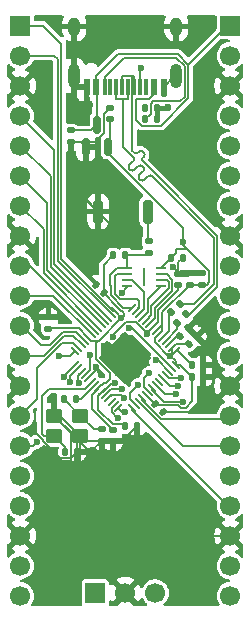
<source format=gbr>
%TF.GenerationSoftware,KiCad,Pcbnew,9.0.5*%
%TF.CreationDate,2025-12-10T19:07:17-06:00*%
%TF.ProjectId,KBoardV1,4b426f61-7264-4563-912e-6b696361645f,rev?*%
%TF.SameCoordinates,Original*%
%TF.FileFunction,Copper,L1,Top*%
%TF.FilePolarity,Positive*%
%FSLAX46Y46*%
G04 Gerber Fmt 4.6, Leading zero omitted, Abs format (unit mm)*
G04 Created by KiCad (PCBNEW 9.0.5) date 2025-12-10 19:07:17*
%MOMM*%
%LPD*%
G01*
G04 APERTURE LIST*
G04 Aperture macros list*
%AMRoundRect*
0 Rectangle with rounded corners*
0 $1 Rounding radius*
0 $2 $3 $4 $5 $6 $7 $8 $9 X,Y pos of 4 corners*
0 Add a 4 corners polygon primitive as box body*
4,1,4,$2,$3,$4,$5,$6,$7,$8,$9,$2,$3,0*
0 Add four circle primitives for the rounded corners*
1,1,$1+$1,$2,$3*
1,1,$1+$1,$4,$5*
1,1,$1+$1,$6,$7*
1,1,$1+$1,$8,$9*
0 Add four rect primitives between the rounded corners*
20,1,$1+$1,$2,$3,$4,$5,0*
20,1,$1+$1,$4,$5,$6,$7,0*
20,1,$1+$1,$6,$7,$8,$9,0*
20,1,$1+$1,$8,$9,$2,$3,0*%
%AMRotRect*
0 Rectangle, with rotation*
0 The origin of the aperture is its center*
0 $1 length*
0 $2 width*
0 $3 Rotation angle, in degrees counterclockwise*
0 Add horizontal line*
21,1,$1,$2,0,0,$3*%
G04 Aperture macros list end*
%TA.AperFunction,HeatsinkPad*%
%ADD10O,1.000000X1.600000*%
%TD*%
%TA.AperFunction,HeatsinkPad*%
%ADD11O,1.000000X2.100000*%
%TD*%
%TA.AperFunction,SMDPad,CuDef*%
%ADD12R,0.600000X1.450000*%
%TD*%
%TA.AperFunction,SMDPad,CuDef*%
%ADD13R,0.300000X1.450000*%
%TD*%
%TA.AperFunction,SMDPad,CuDef*%
%ADD14RoundRect,0.140000X-0.219203X-0.021213X-0.021213X-0.219203X0.219203X0.021213X0.021213X0.219203X0*%
%TD*%
%TA.AperFunction,SMDPad,CuDef*%
%ADD15RoundRect,0.140000X-0.140000X-0.170000X0.140000X-0.170000X0.140000X0.170000X-0.140000X0.170000X0*%
%TD*%
%TA.AperFunction,ComponentPad*%
%ADD16R,1.700000X1.700000*%
%TD*%
%TA.AperFunction,ComponentPad*%
%ADD17C,1.700000*%
%TD*%
%TA.AperFunction,SMDPad,CuDef*%
%ADD18RoundRect,0.140000X-0.170000X0.140000X-0.170000X-0.140000X0.170000X-0.140000X0.170000X0.140000X0*%
%TD*%
%TA.AperFunction,SMDPad,CuDef*%
%ADD19RoundRect,0.140000X0.021213X-0.219203X0.219203X-0.021213X-0.021213X0.219203X-0.219203X0.021213X0*%
%TD*%
%TA.AperFunction,SMDPad,CuDef*%
%ADD20RoundRect,0.140000X0.219203X0.021213X0.021213X0.219203X-0.219203X-0.021213X-0.021213X-0.219203X0*%
%TD*%
%TA.AperFunction,SMDPad,CuDef*%
%ADD21RoundRect,0.140000X0.170000X-0.140000X0.170000X0.140000X-0.170000X0.140000X-0.170000X-0.140000X0*%
%TD*%
%TA.AperFunction,SMDPad,CuDef*%
%ADD22RoundRect,0.135000X-0.135000X-0.185000X0.135000X-0.185000X0.135000X0.185000X-0.135000X0.185000X0*%
%TD*%
%TA.AperFunction,SMDPad,CuDef*%
%ADD23RoundRect,0.135000X-0.185000X0.135000X-0.185000X-0.135000X0.185000X-0.135000X0.185000X0.135000X0*%
%TD*%
%TA.AperFunction,SMDPad,CuDef*%
%ADD24RoundRect,0.250000X0.450000X0.350000X-0.450000X0.350000X-0.450000X-0.350000X0.450000X-0.350000X0*%
%TD*%
%TA.AperFunction,SMDPad,CuDef*%
%ADD25RoundRect,0.150000X0.150000X-0.587500X0.150000X0.587500X-0.150000X0.587500X-0.150000X-0.587500X0*%
%TD*%
%TA.AperFunction,SMDPad,CuDef*%
%ADD26RoundRect,0.135000X-0.035355X0.226274X-0.226274X0.035355X0.035355X-0.226274X0.226274X-0.035355X0*%
%TD*%
%TA.AperFunction,SMDPad,CuDef*%
%ADD27RoundRect,0.135000X0.035355X-0.226274X0.226274X-0.035355X-0.035355X0.226274X-0.226274X0.035355X0*%
%TD*%
%TA.AperFunction,SMDPad,CuDef*%
%ADD28RoundRect,0.050000X-0.309359X0.238649X0.238649X-0.309359X0.309359X-0.238649X-0.238649X0.309359X0*%
%TD*%
%TA.AperFunction,SMDPad,CuDef*%
%ADD29RoundRect,0.050000X-0.309359X-0.238649X-0.238649X-0.309359X0.309359X0.238649X0.238649X0.309359X0*%
%TD*%
%TA.AperFunction,HeatsinkPad*%
%ADD30RotRect,3.200000X3.200000X315.000000*%
%TD*%
%TA.AperFunction,SMDPad,CuDef*%
%ADD31RoundRect,0.140000X0.140000X0.170000X-0.140000X0.170000X-0.140000X-0.170000X0.140000X-0.170000X0*%
%TD*%
%TA.AperFunction,SMDPad,CuDef*%
%ADD32RoundRect,0.062500X-0.387500X-0.062500X0.387500X-0.062500X0.387500X0.062500X-0.387500X0.062500X0*%
%TD*%
%TA.AperFunction,HeatsinkPad*%
%ADD33R,0.200000X1.600000*%
%TD*%
%TA.AperFunction,SMDPad,CuDef*%
%ADD34RoundRect,0.200000X-0.200000X-0.800000X0.200000X-0.800000X0.200000X0.800000X-0.200000X0.800000X0*%
%TD*%
%TA.AperFunction,ViaPad*%
%ADD35C,0.600000*%
%TD*%
%TA.AperFunction,Conductor*%
%ADD36C,0.200000*%
%TD*%
G04 APERTURE END LIST*
D10*
%TO.P,J1,S1,SHIELD*%
%TO.N,GND*%
X60380000Y-25940000D03*
D11*
X60380000Y-30120000D03*
D10*
X69020000Y-25940000D03*
D11*
X69020000Y-30120000D03*
D12*
%TO.P,J1,B12,GND*%
X67950000Y-31035000D03*
%TO.P,J1,B9,VBUS*%
%TO.N,VBUS*%
X67150000Y-31035000D03*
D13*
%TO.P,J1,B8*%
%TO.N,N/C*%
X66450000Y-31035000D03*
%TO.P,J1,B7,D-*%
%TO.N,USB_D-*%
X65450000Y-31035000D03*
%TO.P,J1,B6,D+*%
%TO.N,USB_D+*%
X63950000Y-31035000D03*
%TO.P,J1,B5,CC2*%
%TO.N,Net-(J1-CC2)*%
X62950000Y-31035000D03*
D12*
%TO.P,J1,B4,VBUS*%
%TO.N,VBUS*%
X62250000Y-31035000D03*
%TO.P,J1,B1,GND*%
%TO.N,GND*%
X61450000Y-31035000D03*
%TO.P,J1,A12,GND*%
X61450000Y-31035000D03*
%TO.P,J1,A9,VBUS*%
%TO.N,VBUS*%
X62250000Y-31035000D03*
D13*
%TO.P,J1,A8*%
%TO.N,N/C*%
X63450000Y-31035000D03*
%TO.P,J1,A7,D-*%
%TO.N,USB_D-*%
X64450000Y-31035000D03*
%TO.P,J1,A6,D+*%
%TO.N,USB_D+*%
X64950000Y-31035000D03*
%TO.P,J1,A5,CC1*%
%TO.N,Net-(J1-CC1)*%
X65950000Y-31035000D03*
D12*
%TO.P,J1,A4,VBUS*%
%TO.N,VBUS*%
X67150000Y-31035000D03*
%TO.P,J1,A1,GND*%
%TO.N,GND*%
X67950000Y-31035000D03*
%TD*%
D14*
%TO.P,C5,1*%
%TO.N,+3V3*%
X67221178Y-57921178D03*
%TO.P,C5,2*%
%TO.N,GND*%
X67900000Y-58600000D03*
%TD*%
D15*
%TO.P,C10,1*%
%TO.N,+1V1*%
X64720000Y-59800000D03*
%TO.P,C10,2*%
%TO.N,GND*%
X65680000Y-59800000D03*
%TD*%
D16*
%TO.P,J4,1,Pin_1*%
%TO.N,SWCLK*%
X62160000Y-73890000D03*
D17*
%TO.P,J4,2,Pin_2*%
%TO.N,GND*%
X64700000Y-73890000D03*
%TO.P,J4,3,Pin_3*%
%TO.N,SWD*%
X67240000Y-73890000D03*
%TD*%
D18*
%TO.P,C13,1*%
%TO.N,VBUS*%
X60100000Y-34740000D03*
%TO.P,C13,2*%
%TO.N,GND*%
X60100000Y-35700000D03*
%TD*%
D19*
%TO.P,C17,1*%
%TO.N,+3V3*%
X70060589Y-52839411D03*
%TO.P,C17,2*%
%TO.N,GND*%
X70739411Y-52160589D03*
%TD*%
D20*
%TO.P,C3,1*%
%TO.N,+3V3*%
X62900000Y-48500000D03*
%TO.P,C3,2*%
%TO.N,GND*%
X62221178Y-47821178D03*
%TD*%
D21*
%TO.P,C6,1*%
%TO.N,+3V3*%
X58200000Y-51530000D03*
%TO.P,C6,2*%
%TO.N,GND*%
X58200000Y-50570000D03*
%TD*%
D18*
%TO.P,C2,1*%
%TO.N,+3V3*%
X63700000Y-60100000D03*
%TO.P,C2,2*%
%TO.N,GND*%
X63700000Y-61060000D03*
%TD*%
D15*
%TO.P,C8,1*%
%TO.N,+3V3*%
X70340000Y-55600000D03*
%TO.P,C8,2*%
%TO.N,GND*%
X71300000Y-55600000D03*
%TD*%
D22*
%TO.P,R1,1*%
%TO.N,Net-(J1-CC1)*%
X66380000Y-32800000D03*
%TO.P,R1,2*%
%TO.N,GND*%
X67400000Y-32800000D03*
%TD*%
D21*
%TO.P,C4,1*%
%TO.N,+3V3*%
X70200000Y-47800000D03*
%TO.P,C4,2*%
%TO.N,GND*%
X70200000Y-46840000D03*
%TD*%
D15*
%TO.P,C7,1*%
%TO.N,+3V3*%
X68600000Y-45500000D03*
%TO.P,C7,2*%
%TO.N,GND*%
X69560000Y-45500000D03*
%TD*%
D23*
%TO.P,R7,1*%
%TO.N,Net-(R7-Pad1)*%
X66700000Y-44100000D03*
%TO.P,R7,2*%
%TO.N,QSPI_SS*%
X66700000Y-45120000D03*
%TD*%
D21*
%TO.P,C1,1*%
%TO.N,+3V3*%
X71200000Y-47800000D03*
%TO.P,C1,2*%
%TO.N,GND*%
X71200000Y-46840000D03*
%TD*%
D24*
%TO.P,Y1,1,1*%
%TO.N,Net-(C16-Pad2)*%
X60900000Y-58900000D03*
%TO.P,Y1,2,2*%
%TO.N,GND*%
X58700000Y-58900000D03*
%TO.P,Y1,3,3*%
%TO.N,XIN*%
X58700000Y-60600000D03*
%TO.P,Y1,4,4*%
%TO.N,GND*%
X60900000Y-60600000D03*
%TD*%
D25*
%TO.P,U2,1,GND*%
%TO.N,GND*%
X61350000Y-36137500D03*
%TO.P,U2,2,VO*%
%TO.N,+3V3*%
X63250000Y-36137500D03*
%TO.P,U2,3,VI*%
%TO.N,VBUS*%
X62300000Y-34262500D03*
%TD*%
D21*
%TO.P,C16,1*%
%TO.N,GND*%
X62700000Y-61000000D03*
%TO.P,C16,2*%
%TO.N,Net-(C16-Pad2)*%
X62700000Y-60040000D03*
%TD*%
D22*
%TO.P,R5,1*%
%TO.N,Net-(C16-Pad2)*%
X59480002Y-57500000D03*
%TO.P,R5,2*%
%TO.N,XOUT*%
X60500000Y-57500000D03*
%TD*%
%TO.P,R6,1*%
%TO.N,+3V3*%
X63690000Y-45300000D03*
%TO.P,R6,2*%
%TO.N,QSPI_SS*%
X64710000Y-45300000D03*
%TD*%
D26*
%TO.P,R4,1*%
%TO.N,USB_D-*%
X69821248Y-50278752D03*
%TO.P,R4,2*%
%TO.N,Net-(U1-USB_DM)*%
X69100000Y-51000000D03*
%TD*%
D27*
%TO.P,R3,1*%
%TO.N,Net-(U1-USB_DP)*%
X68578752Y-50121248D03*
%TO.P,R3,2*%
%TO.N,USB_D+*%
X69300000Y-49400000D03*
%TD*%
D21*
%TO.P,C12,1*%
%TO.N,+1V1*%
X69200000Y-47820000D03*
%TO.P,C12,2*%
%TO.N,GND*%
X69200000Y-46860000D03*
%TD*%
D19*
%TO.P,C11,1*%
%TO.N,+1V1*%
X69360589Y-52139411D03*
%TO.P,C11,2*%
%TO.N,GND*%
X70039411Y-51460589D03*
%TD*%
D21*
%TO.P,C14,1*%
%TO.N,+3V3*%
X63400000Y-33780000D03*
%TO.P,C14,2*%
%TO.N,GND*%
X63400000Y-32820000D03*
%TD*%
D28*
%TO.P,U1,1,IOVDD*%
%TO.N,+3V3*%
X64107798Y-49730843D03*
%TO.P,U1,2,GPIO0*%
%TO.N,GPIO0*%
X63824955Y-50013686D03*
%TO.P,U1,3,GPIO1*%
%TO.N,GPIO1*%
X63542113Y-50296528D03*
%TO.P,U1,4,GPIO2*%
%TO.N,GPIO2*%
X63259270Y-50579371D03*
%TO.P,U1,5,GPIO3*%
%TO.N,GPIO3*%
X62976427Y-50862213D03*
%TO.P,U1,6,GPIO4*%
%TO.N,GPIO4*%
X62693584Y-51145056D03*
%TO.P,U1,7,GPIO5*%
%TO.N,GPIO5*%
X62410741Y-51427900D03*
%TO.P,U1,8,GPIO6*%
%TO.N,GPIO6*%
X62127899Y-51710742D03*
%TO.P,U1,9,GPIO7*%
%TO.N,GPIO7*%
X61845057Y-51993585D03*
%TO.P,U1,10,IOVDD*%
%TO.N,+3V3*%
X61562214Y-52276427D03*
%TO.P,U1,11,GPIO8*%
%TO.N,GPIO8*%
X61279371Y-52559270D03*
%TO.P,U1,12,GPIO9*%
%TO.N,GPIO9*%
X60996528Y-52842112D03*
%TO.P,U1,13,GPIO10*%
%TO.N,GPIO10*%
X60713686Y-53124955D03*
%TO.P,U1,14,GPIO11*%
%TO.N,GPIO11*%
X60430843Y-53407798D03*
D29*
%TO.P,U1,15,GPIO12*%
%TO.N,GPIO12*%
X60430843Y-54592202D03*
%TO.P,U1,16,GPIO13*%
%TO.N,GPIO13*%
X60713686Y-54875045D03*
%TO.P,U1,17,GPIO14*%
%TO.N,GPIO14*%
X60996528Y-55157887D03*
%TO.P,U1,18,GPIO15*%
%TO.N,GPIO15*%
X61279371Y-55440730D03*
%TO.P,U1,19,TESTEN*%
%TO.N,GND*%
X61562213Y-55723573D03*
%TO.P,U1,20,XIN*%
%TO.N,XIN*%
X61845056Y-56006416D03*
%TO.P,U1,21,XOUT*%
%TO.N,XOUT*%
X62127900Y-56289259D03*
%TO.P,U1,22,IOVDD*%
%TO.N,+3V3*%
X62410742Y-56572101D03*
%TO.P,U1,23,DVDD*%
%TO.N,+1V1*%
X62693585Y-56854943D03*
%TO.P,U1,24,SWCLK*%
%TO.N,SWCLK*%
X62976427Y-57137786D03*
%TO.P,U1,25,SWD*%
%TO.N,SWD*%
X63259270Y-57420629D03*
%TO.P,U1,26,RUN*%
%TO.N,unconnected-(U1-RUN-Pad26)*%
X63542112Y-57703472D03*
%TO.P,U1,27,GPIO16*%
%TO.N,GPIO16*%
X63824955Y-57986314D03*
%TO.P,U1,28,GPIO17*%
%TO.N,GPIO17*%
X64107798Y-58269157D03*
D28*
%TO.P,U1,29,GPIO18*%
%TO.N,GPIO18*%
X65292202Y-58269157D03*
%TO.P,U1,30,GPIO19*%
%TO.N,GPIO19*%
X65575045Y-57986314D03*
%TO.P,U1,31,GPIO20*%
%TO.N,GPIO20*%
X65857887Y-57703472D03*
%TO.P,U1,32,GPIO21*%
%TO.N,GPIO21*%
X66140730Y-57420629D03*
%TO.P,U1,33,IOVDD*%
%TO.N,+3V3*%
X66423573Y-57137787D03*
%TO.P,U1,34,GPIO22*%
%TO.N,GPIO22*%
X66706416Y-56854944D03*
%TO.P,U1,35,GPIO23*%
%TO.N,GPIO23*%
X66989259Y-56572100D03*
%TO.P,U1,36,GPIO24*%
%TO.N,GPIO24*%
X67272101Y-56289258D03*
%TO.P,U1,37,GPIO25*%
%TO.N,unconnected-(U1-GPIO25-Pad37)*%
X67554943Y-56006415D03*
%TO.P,U1,38,GPIO26_ADC0*%
%TO.N,GPIO26_ADC0*%
X67837786Y-55723573D03*
%TO.P,U1,39,GPIO27_ADC1*%
%TO.N,GPIO27_ADC1*%
X68120629Y-55440730D03*
%TO.P,U1,40,GPIO28_ADC2*%
%TO.N,GPIO28_ADC2*%
X68403472Y-55157888D03*
%TO.P,U1,41,GPIO29_ADC3*%
%TO.N,GPIO29_ADC3*%
X68686314Y-54875045D03*
%TO.P,U1,42,IOVDD*%
%TO.N,+3V3*%
X68969157Y-54592202D03*
D29*
%TO.P,U1,43,ADC_AVDD*%
X68969157Y-53407798D03*
%TO.P,U1,44,VREG_IN*%
X68686314Y-53124955D03*
%TO.P,U1,45,VREG_VOUT*%
%TO.N,+1V1*%
X68403472Y-52842113D03*
%TO.P,U1,46,USB_DM*%
%TO.N,Net-(U1-USB_DM)*%
X68120629Y-52559270D03*
%TO.P,U1,47,USB_DP*%
%TO.N,Net-(U1-USB_DP)*%
X67837787Y-52276427D03*
%TO.P,U1,48,USB_VDD*%
%TO.N,+3V3*%
X67554944Y-51993584D03*
%TO.P,U1,49,IOVDD*%
X67272100Y-51710741D03*
%TO.P,U1,50,DVDD*%
%TO.N,+1V1*%
X66989258Y-51427899D03*
%TO.P,U1,51,QSPI_SD3*%
%TO.N,QSPI_SD3*%
X66706415Y-51145057D03*
%TO.P,U1,52,QSPI_SCLK*%
%TO.N,QSPI_SCLK*%
X66423573Y-50862214D03*
%TO.P,U1,53,QSPI_SD0*%
%TO.N,QSPI_SD0*%
X66140730Y-50579371D03*
%TO.P,U1,54,QSPI_SD2*%
%TO.N,QSPI_SD2*%
X65857888Y-50296528D03*
%TO.P,U1,55,QSPI_SD1*%
%TO.N,QSPI_SD1*%
X65575045Y-50013686D03*
%TO.P,U1,56,QSPI_SS*%
%TO.N,QSPI_SS*%
X65292202Y-49730843D03*
D30*
%TO.P,U1,57,GND*%
%TO.N,GND*%
X64700000Y-54000000D03*
%TD*%
D15*
%TO.P,C9,1*%
%TO.N,+3V3*%
X70340000Y-54600000D03*
%TO.P,C9,2*%
%TO.N,GND*%
X71300000Y-54600000D03*
%TD*%
D31*
%TO.P,C15,1*%
%TO.N,GND*%
X60580000Y-62000000D03*
%TO.P,C15,2*%
%TO.N,XIN*%
X59620000Y-62000000D03*
%TD*%
D22*
%TO.P,R2,1*%
%TO.N,Net-(J1-CC2)*%
X66380000Y-33800000D03*
%TO.P,R2,2*%
%TO.N,GND*%
X67400000Y-33800000D03*
%TD*%
D32*
%TO.P,U3,1,~{CS}*%
%TO.N,QSPI_SS*%
X64850000Y-46400000D03*
%TO.P,U3,2,DO/IO_{1}*%
%TO.N,QSPI_SD1*%
X64850000Y-46900000D03*
%TO.P,U3,3,~{WP}/IO_{2}*%
%TO.N,QSPI_SD2*%
X64850000Y-47400000D03*
%TO.P,U3,4,GND*%
%TO.N,GND*%
X64850000Y-47900000D03*
%TO.P,U3,5,DI/IO_{0}*%
%TO.N,QSPI_SD0*%
X67700000Y-47900000D03*
%TO.P,U3,6,CLK*%
%TO.N,QSPI_SCLK*%
X67700000Y-47400000D03*
%TO.P,U3,7,~{HOLD}/~{RESET}/IO_{3}*%
%TO.N,QSPI_SD3*%
X67700000Y-46900000D03*
%TO.P,U3,8,VCC*%
%TO.N,+3V3*%
X67700000Y-46400000D03*
D33*
%TO.P,U3,9*%
%TO.N,N/C*%
X66275000Y-47150000D03*
%TD*%
D16*
%TO.P,J2,1,Pin_1*%
%TO.N,GPIO0*%
X55810000Y-25870000D03*
D17*
%TO.P,J2,2,Pin_2*%
%TO.N,GPIO1*%
X55810000Y-28410000D03*
%TO.P,J2,3,Pin_3*%
%TO.N,GND*%
X55810000Y-30950000D03*
%TO.P,J2,4,Pin_4*%
%TO.N,GPIO2*%
X55810000Y-33490000D03*
%TO.P,J2,5,Pin_5*%
%TO.N,GPIO3*%
X55810000Y-36030000D03*
%TO.P,J2,6,Pin_6*%
%TO.N,GPIO4*%
X55810000Y-38570000D03*
%TO.P,J2,7,Pin_7*%
%TO.N,GPIO5*%
X55810000Y-41110000D03*
%TO.P,J2,8,Pin_8*%
%TO.N,GND*%
X55810000Y-43650000D03*
%TO.P,J2,9,Pin_9*%
%TO.N,GPIO6*%
X55810000Y-46190000D03*
%TO.P,J2,10,Pin_10*%
%TO.N,GPIO7*%
X55810000Y-48730000D03*
%TO.P,J2,11,Pin_11*%
%TO.N,GPIO8*%
X55810000Y-51270000D03*
%TO.P,J2,12,Pin_12*%
%TO.N,GPIO9*%
X55810000Y-53810000D03*
%TO.P,J2,13,Pin_13*%
%TO.N,GND*%
X55810000Y-56350000D03*
%TO.P,J2,14,Pin_14*%
%TO.N,GPIO10*%
X55810000Y-58890000D03*
%TO.P,J2,15,Pin_15*%
%TO.N,GPIO11*%
X55810000Y-61430000D03*
%TO.P,J2,16,Pin_16*%
%TO.N,GPIO12*%
X55810000Y-63970000D03*
%TO.P,J2,17,Pin_17*%
%TO.N,GPIO13*%
X55810000Y-66510000D03*
%TO.P,J2,18,Pin_18*%
%TO.N,GND*%
X55810000Y-69050000D03*
%TO.P,J2,19,Pin_19*%
%TO.N,GPIO14*%
X55810000Y-71590000D03*
%TO.P,J2,20,Pin_20*%
%TO.N,GPIO15*%
X55810000Y-74130000D03*
%TD*%
D34*
%TO.P,SW1,1,1*%
%TO.N,GND*%
X62400000Y-41600000D03*
%TO.P,SW1,2,2*%
%TO.N,Net-(R7-Pad1)*%
X66600000Y-41600000D03*
%TD*%
D16*
%TO.P,J3,1,Pin_1*%
%TO.N,VBUS*%
X73590000Y-25870000D03*
D17*
%TO.P,J3,2,Pin_2*%
%TO.N,GPIO29_ADC3*%
X73590000Y-28410000D03*
%TO.P,J3,3,Pin_3*%
%TO.N,GND*%
X73590000Y-30950000D03*
%TO.P,J3,4,Pin_4*%
%TO.N,GPIO28_ADC2*%
X73590000Y-33490000D03*
%TO.P,J3,5,Pin_5*%
%TO.N,+3V3*%
X73590000Y-36030000D03*
%TO.P,J3,6,Pin_6*%
%TO.N,GPIO27_ADC1*%
X73590000Y-38570000D03*
%TO.P,J3,7,Pin_7*%
%TO.N,GPIO26_ADC0*%
X73590000Y-41110000D03*
%TO.P,J3,8,Pin_8*%
%TO.N,GND*%
X73590000Y-43650000D03*
%TO.P,J3,9,Pin_9*%
%TO.N,GPIO24*%
X73590000Y-46190000D03*
%TO.P,J3,10,Pin_10*%
%TO.N,GPIO23*%
X73590000Y-48730000D03*
%TO.P,J3,11,Pin_11*%
%TO.N,RUN*%
X73590000Y-51270000D03*
%TO.P,J3,12,Pin_12*%
%TO.N,GPIO22*%
X73590000Y-53810000D03*
%TO.P,J3,13,Pin_13*%
%TO.N,GND*%
X73590000Y-56350000D03*
%TO.P,J3,14,Pin_14*%
%TO.N,GPIO21*%
X73590000Y-58890000D03*
%TO.P,J3,15,Pin_15*%
%TO.N,GPIO20*%
X73590000Y-61430000D03*
%TO.P,J3,16,Pin_16*%
%TO.N,GPIO19*%
X73590000Y-63970000D03*
%TO.P,J3,17,Pin_17*%
%TO.N,GPIO18*%
X73590000Y-66510000D03*
%TO.P,J3,18,Pin_18*%
%TO.N,GND*%
X73590000Y-69050000D03*
%TO.P,J3,19,Pin_19*%
%TO.N,GPIO17*%
X73590000Y-71590000D03*
%TO.P,J3,20,Pin_20*%
%TO.N,GPIO16*%
X73590000Y-74130000D03*
%TD*%
D35*
%TO.N,GND*%
X71480000Y-28880000D03*
X71200000Y-46840000D03*
X68300000Y-32779000D03*
X67950000Y-31035000D03*
X62236257Y-54790364D03*
%TO.N,GPIO15*%
X61736258Y-53780911D03*
%TO.N,GND*%
X61720000Y-32570000D03*
X63400000Y-32820000D03*
X56640000Y-60160000D03*
X62560000Y-43610000D03*
X62860000Y-52970000D03*
X65801000Y-44200000D03*
X68760000Y-46280000D03*
X64408451Y-48473033D03*
X58370000Y-49430000D03*
X61410000Y-46380000D03*
%TO.N,Net-(J1-CC1)*%
X66040000Y-29490000D03*
X66351000Y-32800000D03*
%TO.N,SWD*%
X64600000Y-57400000D03*
%TO.N,SWCLK*%
X64393647Y-56644793D03*
%TO.N,+3V3*%
X69600000Y-44200000D03*
X64375637Y-50647385D03*
X68500000Y-53800000D03*
%TO.N,+1V1*%
X63685786Y-52185786D03*
X69360589Y-52139411D03*
X66514500Y-51996125D03*
X63804262Y-56103124D03*
%TO.N,GPIO14*%
X60743798Y-56100000D03*
%TO.N,GPIO11*%
X59100000Y-53800000D03*
X57200000Y-61100000D03*
%TO.N,GPIO13*%
X60046610Y-56037288D03*
%TO.N,GPIO12*%
X59500000Y-55600000D03*
%TO.N,GPIO16*%
X64100000Y-59100000D03*
%TO.N,GPIO17*%
X64700000Y-58600000D03*
%TO.N,GPIO26_ADC0*%
X69200000Y-56400000D03*
%TO.N,GPIO27_ADC1*%
X69400000Y-55700000D03*
%TO.N,GPIO28_ADC2*%
X67307313Y-54203151D03*
%TO.N,GPIO19*%
X65787914Y-56300000D03*
%TO.N,GPIO29_ADC3*%
X65000000Y-51471573D03*
%TO.N,GPIO23*%
X69600000Y-57700000D03*
%TO.N,GPIO22*%
X66700000Y-55300000D03*
%TO.N,GPIO24*%
X68978640Y-57064081D03*
%TD*%
D36*
%TO.N,GND*%
X71520000Y-28880000D02*
X71480000Y-28880000D01*
X73590000Y-30950000D02*
X71520000Y-28880000D01*
X73590000Y-43650000D02*
X71400000Y-41460000D01*
X71400000Y-41460000D02*
X71400000Y-33140000D01*
X71400000Y-33140000D02*
X73590000Y-30950000D01*
X70200000Y-46840000D02*
X71200000Y-46840000D01*
X69200000Y-46860000D02*
X70180000Y-46860000D01*
X70180000Y-46860000D02*
X70200000Y-46840000D01*
X64700000Y-73890000D02*
X65680000Y-72910000D01*
X65680000Y-72910000D02*
X65680000Y-59800000D01*
X64700000Y-73890000D02*
X60900000Y-70090000D01*
X60900000Y-70090000D02*
X60900000Y-60600000D01*
X58700000Y-58900000D02*
X68850000Y-69050000D01*
X68850000Y-69050000D02*
X73590000Y-69050000D01*
X58700000Y-58900000D02*
X60101000Y-60301000D01*
X60101000Y-60301000D02*
X60101000Y-64759000D01*
X60101000Y-64759000D02*
X55810000Y-69050000D01*
X62150000Y-62350000D02*
X63900000Y-62350000D01*
X65680000Y-60570000D02*
X65680000Y-59800000D01*
X58700000Y-58900000D02*
X62150000Y-62350000D01*
X63900000Y-62350000D02*
X65680000Y-60570000D01*
X61350000Y-36137500D02*
X61350000Y-40550000D01*
X61350000Y-40550000D02*
X62400000Y-41600000D01*
X60100000Y-35700000D02*
X60100000Y-39300000D01*
X60100000Y-39300000D02*
X62400000Y-41600000D01*
X60100000Y-35700000D02*
X62100546Y-35700000D01*
X62889000Y-34911546D02*
X62889000Y-33331000D01*
X62100546Y-35700000D02*
X62889000Y-34911546D01*
X62889000Y-33331000D02*
X63400000Y-32820000D01*
X58700000Y-58900000D02*
X60800000Y-61000000D01*
X60800000Y-61000000D02*
X62700000Y-61000000D01*
X58700000Y-58900000D02*
X60580000Y-60780000D01*
X60580000Y-60780000D02*
X60580000Y-62000000D01*
X60100000Y-35700000D02*
X60912500Y-35700000D01*
X60912500Y-35700000D02*
X61350000Y-36137500D01*
X69020000Y-30120000D02*
X68865000Y-30120000D01*
X68865000Y-30120000D02*
X67950000Y-31035000D01*
X64420000Y-61060000D02*
X65680000Y-59800000D01*
X68279000Y-32800000D02*
X68300000Y-32779000D01*
X67400000Y-32800000D02*
X68279000Y-32800000D01*
X62236257Y-55049529D02*
X62236257Y-54790364D01*
X61562213Y-55723573D02*
X62236257Y-55049529D01*
%TO.N,GPIO15*%
X61736258Y-54983843D02*
X61279371Y-55440730D01*
X61736258Y-53780911D02*
X61736258Y-54983843D01*
%TO.N,GND*%
X61450000Y-32300000D02*
X61720000Y-32570000D01*
X61450000Y-31035000D02*
X61450000Y-32300000D01*
X56968521Y-60160000D02*
X56640000Y-60160000D01*
X60069000Y-62511000D02*
X59166262Y-62511000D01*
X57725322Y-61070060D02*
X57725322Y-60916801D01*
X57725322Y-60916801D02*
X56968521Y-60160000D01*
X59166262Y-62511000D02*
X57725322Y-61070060D01*
X60580000Y-62000000D02*
X60069000Y-62511000D01*
X60580000Y-62000000D02*
X61700000Y-62000000D01*
X61700000Y-62000000D02*
X62700000Y-61000000D01*
X63700000Y-61060000D02*
X64420000Y-61060000D01*
X67900000Y-58600000D02*
X71340000Y-58600000D01*
X71340000Y-58600000D02*
X73590000Y-56350000D01*
X62560000Y-43610000D02*
X62400000Y-43450000D01*
X62400000Y-43450000D02*
X62400000Y-41600000D01*
X63670000Y-52970000D02*
X62860000Y-52970000D01*
X64700000Y-54000000D02*
X63670000Y-52970000D01*
X60580000Y-62000000D02*
X60580000Y-60920000D01*
X60580000Y-60920000D02*
X60900000Y-60600000D01*
X58700000Y-58900000D02*
X59200000Y-58900000D01*
X59200000Y-58900000D02*
X60900000Y-60600000D01*
X65801000Y-44200000D02*
X65000000Y-44200000D01*
X69200000Y-46860000D02*
X69200000Y-46720000D01*
X69200000Y-46720000D02*
X68760000Y-46280000D01*
X65000000Y-44200000D02*
X62400000Y-41600000D01*
X69200000Y-46860000D02*
X69200000Y-45860000D01*
X69200000Y-45860000D02*
X69560000Y-45500000D01*
X64850000Y-48031484D02*
X64408451Y-48473033D01*
X64850000Y-47900000D02*
X64850000Y-48031484D01*
X61410000Y-46380000D02*
X61410000Y-47010000D01*
X58200000Y-50570000D02*
X58200000Y-49600000D01*
X58200000Y-49600000D02*
X58370000Y-49430000D01*
X61410000Y-47010000D02*
X62221178Y-47821178D01*
%TO.N,Net-(J1-CC1)*%
X65950000Y-29580000D02*
X66040000Y-29490000D01*
X65950000Y-31035000D02*
X65950000Y-29580000D01*
%TO.N,GPIO20*%
X73590000Y-61430000D02*
X69584415Y-61430000D01*
X69584415Y-61430000D02*
X65857887Y-57703472D01*
%TO.N,GPIO21*%
X66140730Y-57420629D02*
X66140730Y-57562051D01*
X67741626Y-59162947D02*
X73317053Y-59162947D01*
X66140730Y-57562051D02*
X67741626Y-59162947D01*
X73317053Y-59162947D02*
X73590000Y-58890000D01*
%TO.N,GPIO18*%
X65292202Y-58269157D02*
X65292202Y-58426401D01*
X65292202Y-58426401D02*
X73375801Y-66510000D01*
X73375801Y-66510000D02*
X73590000Y-66510000D01*
%TO.N,GPIO10*%
X55810000Y-58890000D02*
X57190000Y-57510000D01*
X57190000Y-54861356D02*
X59351356Y-52700000D01*
X57190000Y-57510000D02*
X57190000Y-54861356D01*
X59351356Y-52700000D02*
X60288731Y-52700000D01*
X60288731Y-52700000D02*
X60713686Y-53124955D01*
%TO.N,XIN*%
X58700000Y-60600000D02*
X57850000Y-60600000D01*
X58260000Y-56600000D02*
X61251472Y-56600000D01*
X57850000Y-60600000D02*
X57660000Y-60410000D01*
X57660000Y-60410000D02*
X57660000Y-57200000D01*
X57660000Y-57200000D02*
X58260000Y-56600000D01*
X61251472Y-56600000D02*
X61845056Y-56006416D01*
%TO.N,SWCLK*%
X63469420Y-56644793D02*
X62976427Y-57137786D01*
X64393647Y-56644793D02*
X63469420Y-56644793D01*
%TO.N,+3V3*%
X58200000Y-51530000D02*
X58231000Y-51499000D01*
X58231000Y-51499000D02*
X60784787Y-51499000D01*
X60784787Y-51499000D02*
X61562214Y-52276427D01*
X69600000Y-42983198D02*
X69600000Y-44200000D01*
X63401000Y-55248000D02*
X62236258Y-54083258D01*
X69807521Y-58201000D02*
X70340000Y-57668521D01*
X61562214Y-52276427D02*
X61840711Y-52554924D01*
X70200000Y-47800000D02*
X70163194Y-47800000D01*
X67200000Y-52348528D02*
X67554944Y-51993584D01*
X68500000Y-53800000D02*
X68576955Y-53800000D01*
X69956128Y-44800000D02*
X71800000Y-46643872D01*
X68318375Y-53800000D02*
X68500000Y-53800000D01*
X69392479Y-58201000D02*
X69807521Y-58201000D01*
X67206964Y-57921178D02*
X66423573Y-57137787D01*
X71200000Y-47800000D02*
X70200000Y-47800000D01*
X64375637Y-50647385D02*
X62468098Y-52554924D01*
X67301000Y-58001000D02*
X69192479Y-58001000D01*
X62900000Y-46090000D02*
X62900000Y-48500000D01*
X68686314Y-53613686D02*
X68500000Y-53800000D01*
X62410742Y-56572101D02*
X62410742Y-56589258D01*
X67200000Y-52681625D02*
X67200000Y-52348528D01*
X63107521Y-56101000D02*
X63401000Y-55807521D01*
X67221178Y-57921178D02*
X67206964Y-57921178D01*
X68969157Y-54592202D02*
X69332202Y-54592202D01*
X63400000Y-35987500D02*
X63250000Y-36137500D01*
X70060589Y-52839411D02*
X68971858Y-52839411D01*
X71800000Y-47600000D02*
X71600000Y-47800000D01*
X61840711Y-52554924D02*
X62400000Y-52554924D01*
X69600000Y-44443872D02*
X69956128Y-44800000D01*
X68576955Y-53800000D02*
X68969157Y-53407798D01*
X69332202Y-54592202D02*
X70340000Y-55600000D01*
X62400000Y-52554924D02*
X62236258Y-52718666D01*
X62410742Y-56589258D02*
X61900000Y-57100000D01*
X63690000Y-45300000D02*
X62900000Y-46090000D01*
X62881843Y-56101000D02*
X63107521Y-56101000D01*
X67200000Y-52681625D02*
X68318375Y-53800000D01*
X62900000Y-48523045D02*
X64107798Y-49730843D01*
X64571514Y-50194559D02*
X64107798Y-49730843D01*
X67831597Y-51716931D02*
X67831597Y-51200000D01*
X63401000Y-55807521D02*
X63401000Y-55248000D01*
X71800000Y-46643872D02*
X71800000Y-47600000D01*
X68969157Y-54592202D02*
X68969157Y-54269157D01*
X69000000Y-45100000D02*
X69000000Y-44800000D01*
X63250000Y-36633198D02*
X69600000Y-42983198D01*
X68600000Y-45500000D02*
X69000000Y-45100000D01*
X61900000Y-57100000D02*
X61900000Y-58300000D01*
X63400000Y-33780000D02*
X63400000Y-35987500D01*
X63250000Y-36137500D02*
X63250000Y-36633198D01*
X64571514Y-50451508D02*
X64571514Y-50194559D01*
X61900000Y-58300000D02*
X63700000Y-60100000D01*
X62410742Y-56572101D02*
X62881843Y-56101000D01*
X67782841Y-51200000D02*
X67831597Y-51200000D01*
X68969157Y-54269157D02*
X68500000Y-53800000D01*
X69147798Y-53407798D02*
X70340000Y-54600000D01*
X68686314Y-53124955D02*
X68686314Y-53613686D01*
X68969157Y-53407798D02*
X69147798Y-53407798D01*
X70163194Y-47800000D02*
X67831597Y-50131597D01*
X62468098Y-52554924D02*
X62400000Y-52554924D01*
X67554944Y-51993584D02*
X67831597Y-51716931D01*
X69000000Y-44800000D02*
X69956128Y-44800000D01*
X71600000Y-47800000D02*
X71200000Y-47800000D01*
X67700000Y-46400000D02*
X67840000Y-46400000D01*
X68971858Y-52839411D02*
X68686314Y-53124955D01*
X62236258Y-52718666D02*
X62236258Y-54083258D01*
X62900000Y-48500000D02*
X62900000Y-48523045D01*
X67272100Y-51710741D02*
X67782841Y-51200000D01*
X67700000Y-46400000D02*
X68600000Y-45500000D01*
X67221178Y-57921178D02*
X67301000Y-58001000D01*
X67831597Y-51200000D02*
X67831597Y-50131597D01*
X69600000Y-44200000D02*
X69600000Y-44443872D01*
X64375637Y-50647385D02*
X64571514Y-50451508D01*
X69192479Y-58001000D02*
X69392479Y-58201000D01*
%TO.N,GND*%
X67400000Y-33800000D02*
X67492892Y-33800000D01*
X62300000Y-41700000D02*
X62400000Y-41600000D01*
X62760000Y-61060000D02*
X62700000Y-61000000D01*
X61350000Y-36137500D02*
X61663046Y-36137500D01*
X63400000Y-32820000D02*
X63400000Y-32800000D01*
X71200000Y-46840000D02*
X71200000Y-46750979D01*
X62901000Y-61201000D02*
X62700000Y-61000000D01*
X55810000Y-43650000D02*
X55850000Y-43650000D01*
%TO.N,+1V1*%
X67500000Y-49935508D02*
X67500000Y-50917157D01*
X62833592Y-56854943D02*
X63585411Y-56103124D01*
X66375538Y-51717157D02*
X66700000Y-51717157D01*
X62693585Y-56854943D02*
X62415088Y-57133440D01*
X63585411Y-56103124D02*
X63804262Y-56103124D01*
X64539000Y-59619000D02*
X64720000Y-59800000D01*
X69106174Y-52139411D02*
X68403472Y-52842113D01*
X66375538Y-51717157D02*
X66514500Y-51856119D01*
X67500000Y-50917157D02*
X66989258Y-51427899D01*
X69200000Y-48235508D02*
X67500000Y-49935508D01*
X63685786Y-52077266D02*
X64792479Y-50970573D01*
X64792479Y-50970573D02*
X65628954Y-50970573D01*
X63644678Y-59619000D02*
X64539000Y-59619000D01*
X62693585Y-56854943D02*
X62833592Y-56854943D01*
X69360589Y-52139411D02*
X69106174Y-52139411D01*
X62415088Y-58389410D02*
X63644678Y-59619000D01*
X62415088Y-57133440D02*
X62415088Y-58389410D01*
X66514500Y-51856119D02*
X66514500Y-51996125D01*
X65628954Y-50970573D02*
X66375538Y-51717157D01*
X66700000Y-51717157D02*
X66989258Y-51427899D01*
X63685786Y-52185786D02*
X63685786Y-52077266D01*
X69200000Y-47820000D02*
X69200000Y-48235508D01*
%TO.N,XIN*%
X59620000Y-61520000D02*
X58700000Y-60600000D01*
X59620000Y-62000000D02*
X59620000Y-61520000D01*
%TO.N,Net-(C16-Pad2)*%
X62040000Y-60040000D02*
X60900000Y-58900000D01*
X62700000Y-60040000D02*
X62040000Y-60040000D01*
X59480002Y-57500000D02*
X59500000Y-57500000D01*
X59500000Y-57500000D02*
X60900000Y-58900000D01*
%TO.N,Net-(J1-CC2)*%
X66851000Y-32472082D02*
X66851000Y-33329000D01*
X62950000Y-31035000D02*
X62950000Y-30184322D01*
X69319918Y-32279000D02*
X67044082Y-32279000D01*
X69721000Y-31877918D02*
X69319918Y-32279000D01*
X69721000Y-29279636D02*
X69721000Y-31877918D01*
X69009364Y-28568000D02*
X69721000Y-29279636D01*
X66851000Y-33329000D02*
X66380000Y-33800000D01*
X62950000Y-30184322D02*
X64566322Y-28568000D01*
X67044082Y-32279000D02*
X66851000Y-32472082D01*
X64566322Y-28568000D02*
X69009364Y-28568000D01*
%TO.N,USB_D-*%
X66188566Y-37362889D02*
X66273420Y-37447742D01*
X70178134Y-50278752D02*
X69821248Y-50278752D01*
X65400000Y-30100000D02*
X65100000Y-30100000D01*
X65100000Y-30100000D02*
X64500000Y-30100000D01*
X65301000Y-35596248D02*
X65301000Y-35725356D01*
X66266211Y-36945834D02*
X66188565Y-37023477D01*
X65450000Y-30150000D02*
X65400000Y-30100000D01*
X65301000Y-36177231D02*
X65301000Y-36475322D01*
X65292000Y-30100000D02*
X65301000Y-30109000D01*
X64450000Y-31035000D02*
X64450000Y-30150000D01*
X65301000Y-35725356D02*
X65301000Y-36177231D01*
X66273420Y-37447742D02*
X66931144Y-38105466D01*
X66931144Y-38105466D02*
X72502000Y-43676322D01*
X65450000Y-31035000D02*
X65450000Y-30150000D01*
X66181359Y-36521570D02*
X66266211Y-36606422D01*
X65764304Y-36599215D02*
X65841947Y-36521569D01*
X72502000Y-47954886D02*
X70178134Y-50278752D01*
X72502000Y-43676322D02*
X72502000Y-47954886D01*
X64450000Y-30150000D02*
X64500000Y-30100000D01*
X65301000Y-30109000D02*
X65301000Y-35596248D01*
X65301000Y-36475322D02*
X65424892Y-36599214D01*
X65100000Y-30100000D02*
X65292000Y-30100000D01*
X66266211Y-36606422D02*
G75*
G02*
X66266183Y-36945806I-169711J-169678D01*
G01*
X65424892Y-36599214D02*
G75*
G03*
X65764305Y-36599216I169708J169714D01*
G01*
X65841947Y-36521569D02*
G75*
G02*
X66181406Y-36521522I169753J-169731D01*
G01*
X66188565Y-37023477D02*
G75*
G03*
X66188548Y-37362906I169735J-169723D01*
G01*
%TO.N,USB_D+*%
X64500000Y-32100000D02*
X64900000Y-32100000D01*
X64500000Y-32100000D02*
X64500000Y-36100000D01*
X65895290Y-38848977D02*
X65980142Y-38933829D01*
X67081251Y-38681251D02*
X67320805Y-38920805D01*
X66996397Y-38596396D02*
X67081251Y-38681251D01*
X67320805Y-38920805D02*
X72201000Y-43801000D01*
X65046745Y-38000466D02*
X65131597Y-38085318D01*
X70525678Y-49400000D02*
X69300000Y-49400000D01*
X63950000Y-32050000D02*
X64000000Y-32100000D01*
X66319554Y-38933829D02*
X66656986Y-38596396D01*
X72201000Y-43801000D02*
X72201000Y-47724678D01*
X66147869Y-37747868D02*
X66232723Y-37832723D01*
X65384195Y-37323606D02*
X65046745Y-37661055D01*
X64900000Y-32100000D02*
X64950000Y-32050000D01*
X63950000Y-31035000D02*
X63950000Y-32050000D01*
X72201000Y-47724678D02*
X70525678Y-49400000D01*
X64000000Y-32100000D02*
X64500000Y-32100000D01*
X66232723Y-38172134D02*
X65895290Y-38509566D01*
X65471009Y-38085318D02*
X65808458Y-37747868D01*
X64950000Y-32050000D02*
X64950000Y-31035000D01*
X64500000Y-36100000D02*
X65384195Y-36984195D01*
X65808458Y-37747868D02*
G75*
G02*
X66147869Y-37747868I169705J-169707D01*
G01*
X66656986Y-38596396D02*
G75*
G02*
X66996397Y-38596395I169706J-169707D01*
G01*
X65980142Y-38933829D02*
G75*
G03*
X66319554Y-38933829I169706J169704D01*
G01*
X65131597Y-38085318D02*
G75*
G03*
X65471009Y-38085318I169706J169704D01*
G01*
X65384195Y-36984195D02*
G75*
G02*
X65384195Y-37323605I-169695J-169705D01*
G01*
X65895290Y-38509566D02*
G75*
G03*
X65895261Y-38849005I169710J-169734D01*
G01*
X66232723Y-37832723D02*
G75*
G02*
X66232695Y-38172106I-169723J-169677D01*
G01*
X65046745Y-37661055D02*
G75*
G03*
X65046705Y-38000505I169755J-169745D01*
G01*
%TO.N,Net-(J1-CC1)*%
X66300000Y-32800000D02*
X66200000Y-32700000D01*
X66380000Y-32800000D02*
X66300000Y-32800000D01*
%TO.N,GPIO9*%
X59525678Y-52100000D02*
X60254416Y-52100000D01*
X57815678Y-53810000D02*
X59525678Y-52100000D01*
X60254416Y-52100000D02*
X60996528Y-52842112D01*
X55810000Y-53810000D02*
X57815678Y-53810000D01*
%TO.N,GPIO2*%
X58698000Y-36378000D02*
X58698000Y-46018101D01*
X58698000Y-46018101D02*
X63259270Y-50579371D01*
X55810000Y-33490000D02*
X58698000Y-36378000D01*
%TO.N,GPIO4*%
X58096000Y-46547472D02*
X62693584Y-51145056D01*
X55810000Y-38570000D02*
X58096000Y-40856000D01*
X58096000Y-40856000D02*
X58096000Y-46547472D01*
%TO.N,GPIO0*%
X63691022Y-50013686D02*
X63824955Y-50013686D01*
X55810000Y-25870000D02*
X57770000Y-25870000D01*
X59300000Y-45622664D02*
X63691022Y-50013686D01*
X59300000Y-27400000D02*
X59300000Y-45622664D01*
X57770000Y-25870000D02*
X59300000Y-27400000D01*
%TO.N,GPIO1*%
X58709000Y-28410000D02*
X58999000Y-28700000D01*
X58999000Y-45753415D02*
X63542113Y-50296528D01*
X58999000Y-28700000D02*
X58999000Y-45753415D01*
X55810000Y-28410000D02*
X58709000Y-28410000D01*
%TO.N,GPIO5*%
X57795000Y-43095000D02*
X57795000Y-46812159D01*
X55810000Y-41110000D02*
X57795000Y-43095000D01*
X57795000Y-46812159D02*
X62410741Y-51427900D01*
%TO.N,GPIO14*%
X60718032Y-55436383D02*
X60996528Y-55157887D01*
X60718032Y-56074234D02*
X60718032Y-55436383D01*
X60743798Y-56100000D02*
X60718032Y-56074234D01*
%TO.N,GPIO11*%
X56870000Y-61430000D02*
X57200000Y-61100000D01*
X55810000Y-61430000D02*
X56870000Y-61430000D01*
X60038641Y-53800000D02*
X60430843Y-53407798D01*
X59100000Y-53800000D02*
X60038641Y-53800000D01*
%TO.N,GPIO13*%
X60046610Y-55542121D02*
X60713686Y-54875045D01*
X60046610Y-56037288D02*
X60046610Y-55542121D01*
%TO.N,GPIO6*%
X55810000Y-46190000D02*
X56607157Y-46190000D01*
X56607157Y-46190000D02*
X62127899Y-51710742D01*
%TO.N,GPIO8*%
X59400000Y-51800000D02*
X60520101Y-51800000D01*
X60520101Y-51800000D02*
X61279371Y-52559270D01*
X55970000Y-51270000D02*
X57600000Y-52900000D01*
X55810000Y-51270000D02*
X55970000Y-51270000D01*
X57600000Y-52900000D02*
X58300000Y-52900000D01*
X58300000Y-52900000D02*
X59400000Y-51800000D01*
%TO.N,GPIO12*%
X59500000Y-55523045D02*
X60430843Y-54592202D01*
X59500000Y-55600000D02*
X59500000Y-55523045D01*
%TO.N,GPIO3*%
X58397000Y-46282786D02*
X62976427Y-50862213D01*
X58397000Y-38617000D02*
X58397000Y-46282786D01*
X55810000Y-36030000D02*
X58397000Y-38617000D01*
%TO.N,GPIO7*%
X58581472Y-48730000D02*
X61845057Y-51993585D01*
X55810000Y-48730000D02*
X58581472Y-48730000D01*
%TO.N,VBUS*%
X62250000Y-30110000D02*
X62250000Y-31035000D01*
X70022000Y-29154958D02*
X70022000Y-32002596D01*
X64093000Y-28267000D02*
X62250000Y-30110000D01*
X73590000Y-25870000D02*
X73306958Y-25870000D01*
X65602000Y-33820918D02*
X65602000Y-32100000D01*
X62300000Y-31085000D02*
X62250000Y-31035000D01*
X69134042Y-28267000D02*
X64093000Y-28267000D01*
X65602000Y-32100000D02*
X66741000Y-32100000D01*
X70022000Y-29154958D02*
X69134042Y-28267000D01*
X66102082Y-34321000D02*
X65602000Y-33820918D01*
X67150000Y-31691000D02*
X67150000Y-31035000D01*
X62300000Y-34262500D02*
X62300000Y-31085000D01*
X60100000Y-34740000D02*
X61822500Y-34740000D01*
X67703596Y-34321000D02*
X66102082Y-34321000D01*
X73306958Y-25870000D02*
X70022000Y-29154958D01*
X61822500Y-34740000D02*
X62300000Y-34262500D01*
X66741000Y-32100000D02*
X67150000Y-31691000D01*
X70022000Y-32002596D02*
X67703596Y-34321000D01*
%TO.N,GPIO16*%
X64035663Y-59100000D02*
X63546459Y-58610796D01*
X63546459Y-58610796D02*
X63546459Y-58264810D01*
X64100000Y-59100000D02*
X64035663Y-59100000D01*
%TO.N,GPIO17*%
X64438641Y-58600000D02*
X64107798Y-58269157D01*
X64700000Y-58600000D02*
X64438641Y-58600000D01*
%TO.N,GPIO26_ADC0*%
X69200000Y-56400000D02*
X68514213Y-56400000D01*
X68514213Y-56400000D02*
X67837786Y-55723573D01*
%TO.N,GPIO27_ADC1*%
X68399126Y-55719227D02*
X68120629Y-55440730D01*
X69380773Y-55719227D02*
X68399126Y-55719227D01*
X69400000Y-55700000D02*
X69380773Y-55719227D01*
%TO.N,GPIO28_ADC2*%
X67307313Y-54203151D02*
X67448735Y-54203151D01*
X67448735Y-54203151D02*
X68403472Y-55157888D01*
%TO.N,GPIO19*%
X65787914Y-56300000D02*
X65100000Y-56987914D01*
X65100000Y-56987914D02*
X65100000Y-57511269D01*
X65100000Y-57511269D02*
X65575045Y-57986314D01*
%TO.N,GPIO29_ADC3*%
X68686314Y-54875045D02*
X68686314Y-54786314D01*
X68686314Y-54875045D02*
X68675045Y-54875045D01*
X65282842Y-51471573D02*
X68686314Y-54875045D01*
X65000000Y-51471573D02*
X65282842Y-51471573D01*
%TO.N,GPIO18*%
X72910000Y-66510000D02*
X73590000Y-66510000D01*
%TO.N,SWD*%
X63537766Y-57142133D02*
X63259270Y-57420629D01*
X64600000Y-57400000D02*
X64342133Y-57142133D01*
X64342133Y-57142133D02*
X63537766Y-57142133D01*
%TO.N,Net-(U1-USB_DP)*%
X68578752Y-50121248D02*
X68378752Y-50321248D01*
X68378752Y-51735462D02*
X67837787Y-52276427D01*
X68378752Y-50321248D02*
X68378752Y-51735462D01*
%TO.N,Net-(U1-USB_DM)*%
X69100000Y-51579899D02*
X68120629Y-52559270D01*
X69100000Y-51000000D02*
X69100000Y-51579899D01*
%TO.N,XOUT*%
X60917159Y-57500000D02*
X62127900Y-56289259D01*
X60500000Y-57500000D02*
X60917159Y-57500000D01*
%TO.N,QSPI_SS*%
X64850000Y-46400000D02*
X64850000Y-45440000D01*
X63400000Y-47838641D02*
X63500000Y-47938641D01*
X63400000Y-47000000D02*
X63400000Y-47838641D01*
X64533476Y-49730843D02*
X65292202Y-49730843D01*
X66520000Y-45300000D02*
X66700000Y-45120000D01*
X64000000Y-46400000D02*
X63400000Y-47000000D01*
X64850000Y-46400000D02*
X64000000Y-46400000D01*
X64850000Y-45440000D02*
X64710000Y-45300000D01*
X63500000Y-47938641D02*
X63500000Y-48697367D01*
X63500000Y-48697367D02*
X64533476Y-49730843D01*
X64710000Y-45300000D02*
X66520000Y-45300000D01*
%TO.N,Net-(R7-Pad1)*%
X66600000Y-41600000D02*
X66600000Y-44000000D01*
X66600000Y-44000000D02*
X66700000Y-44100000D01*
%TO.N,QSPI_SD1*%
X63800000Y-48571689D02*
X64264156Y-49035845D01*
X64000000Y-46900000D02*
X63800000Y-47100000D01*
X63800000Y-47100000D02*
X63800000Y-48571689D01*
X64850000Y-46900000D02*
X64000000Y-46900000D01*
X64264156Y-49035845D02*
X64300001Y-49000000D01*
X65900000Y-49688731D02*
X65575045Y-50013686D01*
X65900000Y-49200000D02*
X65900000Y-49688731D01*
X65700000Y-49000000D02*
X65900000Y-49200000D01*
X64300001Y-49000000D02*
X65700000Y-49000000D01*
%TO.N,GPIO23*%
X66989259Y-56712107D02*
X66989259Y-56572100D01*
X67977152Y-57700000D02*
X66989259Y-56712107D01*
X69600000Y-57700000D02*
X67977152Y-57700000D01*
%TO.N,GPIO22*%
X66287914Y-55712086D02*
X66287914Y-56436442D01*
X66700000Y-55300000D02*
X66287914Y-55712086D01*
X66287914Y-56436442D02*
X66706416Y-56854944D01*
%TO.N,QSPI_SD3*%
X68689000Y-48311000D02*
X68689000Y-47389000D01*
X66706415Y-51145057D02*
X67199000Y-50652472D01*
X67199000Y-49801000D02*
X68689000Y-48311000D01*
X67199000Y-50652472D02*
X67199000Y-49801000D01*
X68689000Y-47389000D02*
X68200000Y-46900000D01*
X68200000Y-46900000D02*
X67700000Y-46900000D01*
%TO.N,GPIO24*%
X68978640Y-57064081D02*
X68046924Y-57064081D01*
X68046924Y-57064081D02*
X67272101Y-56289258D01*
%TO.N,QSPI_SD2*%
X64850000Y-47400000D02*
X65299999Y-47400000D01*
X66276389Y-49878027D02*
X65857888Y-50296528D01*
X65299999Y-47400000D02*
X66276389Y-48376390D01*
X66276389Y-48376390D02*
X66276389Y-49878027D01*
%TO.N,QSPI_SCLK*%
X66898000Y-50387787D02*
X66423573Y-50862214D01*
X66898000Y-49602000D02*
X66898000Y-50387787D01*
X68387161Y-48112839D02*
X66898000Y-49602000D01*
X67700000Y-47400000D02*
X68200000Y-47400000D01*
X68200000Y-47400000D02*
X68387161Y-47587161D01*
X68387161Y-47587161D02*
X68387161Y-48112839D01*
%TO.N,QSPI_SD0*%
X66597000Y-49003000D02*
X66597000Y-50123101D01*
X66597000Y-49003000D02*
X67700000Y-47900000D01*
X66597000Y-50123101D02*
X66140730Y-50579371D01*
%TO.N,GPIO16*%
X63546459Y-58264810D02*
X63824955Y-57986314D01*
%TO.N,+3V3*%
X70340000Y-57668521D02*
X70340000Y-55600000D01*
%TO.N,GND*%
X60900000Y-60600000D02*
X60400000Y-60600000D01*
%TD*%
%TA.AperFunction,Conductor*%
%TO.N,GND*%
G36*
X65873039Y-59819685D02*
G01*
X65918794Y-59872489D01*
X65930000Y-59924000D01*
X65930000Y-60604503D01*
X66076195Y-60562031D01*
X66215374Y-60479721D01*
X66215383Y-60479714D01*
X66329714Y-60365383D01*
X66329720Y-60365375D01*
X66372862Y-60292427D01*
X66423931Y-60244744D01*
X66492673Y-60232240D01*
X66557262Y-60258885D01*
X66567275Y-60267867D01*
X72433020Y-66133612D01*
X72466505Y-66194935D01*
X72467812Y-66240691D01*
X72439500Y-66419448D01*
X72439500Y-66600551D01*
X72467829Y-66779410D01*
X72523787Y-66951636D01*
X72523788Y-66951639D01*
X72606006Y-67112997D01*
X72712441Y-67259494D01*
X72712445Y-67259499D01*
X72840500Y-67387554D01*
X72840505Y-67387558D01*
X72968287Y-67480396D01*
X72987006Y-67493996D01*
X73088780Y-67545853D01*
X73118684Y-67561090D01*
X73169480Y-67609065D01*
X73186275Y-67676886D01*
X73163737Y-67743021D01*
X73109022Y-67786472D01*
X73100708Y-67789506D01*
X73071781Y-67798905D01*
X72882439Y-67895380D01*
X72828282Y-67934727D01*
X72828282Y-67934728D01*
X73460591Y-68567037D01*
X73397007Y-68584075D01*
X73282993Y-68649901D01*
X73189901Y-68742993D01*
X73124075Y-68857007D01*
X73107037Y-68920591D01*
X72474728Y-68288282D01*
X72474727Y-68288282D01*
X72435380Y-68342439D01*
X72338904Y-68531782D01*
X72273242Y-68733869D01*
X72273242Y-68733872D01*
X72240000Y-68943753D01*
X72240000Y-69156246D01*
X72273242Y-69366127D01*
X72273242Y-69366130D01*
X72338904Y-69568217D01*
X72435375Y-69757550D01*
X72474728Y-69811716D01*
X73107037Y-69179408D01*
X73124075Y-69242993D01*
X73189901Y-69357007D01*
X73282993Y-69450099D01*
X73397007Y-69515925D01*
X73460590Y-69532962D01*
X72828282Y-70165269D01*
X72828282Y-70165270D01*
X72882449Y-70204624D01*
X73071780Y-70301094D01*
X73100705Y-70310492D01*
X73158381Y-70349929D01*
X73185580Y-70414287D01*
X73173667Y-70483134D01*
X73126424Y-70534610D01*
X73118685Y-70538908D01*
X72987004Y-70606004D01*
X72840505Y-70712441D01*
X72840500Y-70712445D01*
X72712445Y-70840500D01*
X72712441Y-70840505D01*
X72606006Y-70987002D01*
X72523788Y-71148360D01*
X72523787Y-71148363D01*
X72467829Y-71320589D01*
X72439500Y-71499448D01*
X72439500Y-71680551D01*
X72467829Y-71859410D01*
X72523787Y-72031636D01*
X72523788Y-72031639D01*
X72606006Y-72192997D01*
X72712441Y-72339494D01*
X72712445Y-72339499D01*
X72840500Y-72467554D01*
X72840505Y-72467558D01*
X72940214Y-72540000D01*
X72987006Y-72573996D01*
X73092484Y-72627740D01*
X73148360Y-72656211D01*
X73148363Y-72656212D01*
X73234476Y-72684191D01*
X73320591Y-72712171D01*
X73393639Y-72723740D01*
X73480678Y-72737527D01*
X73543813Y-72767456D01*
X73580744Y-72826768D01*
X73579746Y-72896631D01*
X73541136Y-72954863D01*
X73480678Y-72982473D01*
X73320589Y-73007829D01*
X73148363Y-73063787D01*
X73148360Y-73063788D01*
X72987002Y-73146006D01*
X72840505Y-73252441D01*
X72840500Y-73252445D01*
X72712445Y-73380500D01*
X72712441Y-73380505D01*
X72606006Y-73527002D01*
X72523788Y-73688360D01*
X72523787Y-73688363D01*
X72467829Y-73860589D01*
X72439500Y-74039448D01*
X72439500Y-74220551D01*
X72467829Y-74399410D01*
X72523787Y-74571636D01*
X72523788Y-74571639D01*
X72606003Y-74732993D01*
X72656586Y-74802615D01*
X72680065Y-74868422D01*
X72664239Y-74936476D01*
X72614133Y-74985170D01*
X72556267Y-74999500D01*
X68051887Y-74999500D01*
X67984848Y-74979815D01*
X67939093Y-74927011D01*
X67929149Y-74857853D01*
X67958174Y-74794297D01*
X67979002Y-74775182D01*
X67989494Y-74767558D01*
X67989492Y-74767558D01*
X67989501Y-74767553D01*
X68117553Y-74639501D01*
X68223996Y-74492994D01*
X68306211Y-74331639D01*
X68362171Y-74159409D01*
X68381171Y-74039448D01*
X68390500Y-73980551D01*
X68390500Y-73799448D01*
X68372905Y-73688361D01*
X68362171Y-73620591D01*
X68306211Y-73448361D01*
X68306211Y-73448360D01*
X68267191Y-73371780D01*
X68223996Y-73287006D01*
X68198883Y-73252441D01*
X68117558Y-73140505D01*
X68117554Y-73140500D01*
X67989499Y-73012445D01*
X67989494Y-73012441D01*
X67842997Y-72906006D01*
X67842996Y-72906005D01*
X67842994Y-72906004D01*
X67766906Y-72867235D01*
X67681639Y-72823788D01*
X67681636Y-72823787D01*
X67509410Y-72767829D01*
X67330551Y-72739500D01*
X67330546Y-72739500D01*
X67149454Y-72739500D01*
X67149449Y-72739500D01*
X66970589Y-72767829D01*
X66798363Y-72823787D01*
X66798360Y-72823788D01*
X66637002Y-72906006D01*
X66490505Y-73012441D01*
X66490500Y-73012445D01*
X66362445Y-73140500D01*
X66362441Y-73140505D01*
X66256004Y-73287004D01*
X66188908Y-73418685D01*
X66140933Y-73469480D01*
X66073112Y-73486275D01*
X66006977Y-73463737D01*
X65963527Y-73409021D01*
X65960492Y-73400705D01*
X65951094Y-73371780D01*
X65854624Y-73182449D01*
X65815270Y-73128282D01*
X65815269Y-73128282D01*
X65182962Y-73760590D01*
X65165925Y-73697007D01*
X65100099Y-73582993D01*
X65007007Y-73489901D01*
X64892993Y-73424075D01*
X64829409Y-73407037D01*
X65461716Y-72774728D01*
X65407550Y-72735375D01*
X65218217Y-72638904D01*
X65016129Y-72573242D01*
X64806246Y-72540000D01*
X64593754Y-72540000D01*
X64383872Y-72573242D01*
X64383869Y-72573242D01*
X64181782Y-72638904D01*
X63992439Y-72735380D01*
X63938282Y-72774727D01*
X63938282Y-72774728D01*
X64570591Y-73407037D01*
X64507007Y-73424075D01*
X64392993Y-73489901D01*
X64299901Y-73582993D01*
X64234075Y-73697007D01*
X64217037Y-73760591D01*
X63584728Y-73128282D01*
X63584727Y-73128282D01*
X63545380Y-73182440D01*
X63545377Y-73182445D01*
X63544981Y-73183223D01*
X63544752Y-73183464D01*
X63542838Y-73186590D01*
X63542180Y-73186187D01*
X63497004Y-73234017D01*
X63429183Y-73250809D01*
X63363049Y-73228268D01*
X63319600Y-73173551D01*
X63310499Y-73126923D01*
X63310499Y-72995143D01*
X63310499Y-72995136D01*
X63310497Y-72995117D01*
X63307586Y-72970012D01*
X63307585Y-72970011D01*
X63307585Y-72970009D01*
X63262206Y-72867235D01*
X63182765Y-72787794D01*
X63182763Y-72787793D01*
X63079992Y-72742415D01*
X63054865Y-72739500D01*
X61265143Y-72739500D01*
X61265117Y-72739502D01*
X61240012Y-72742413D01*
X61240008Y-72742415D01*
X61137235Y-72787793D01*
X61057794Y-72867234D01*
X61012415Y-72970006D01*
X61012415Y-72970008D01*
X61009500Y-72995131D01*
X61009500Y-74784856D01*
X61009502Y-74784882D01*
X61012413Y-74809986D01*
X61012414Y-74809990D01*
X61012415Y-74809991D01*
X61019225Y-74825415D01*
X61028297Y-74894690D01*
X60998475Y-74957876D01*
X60939226Y-74994907D01*
X60905791Y-74999500D01*
X56843733Y-74999500D01*
X56776694Y-74979815D01*
X56730939Y-74927011D01*
X56720995Y-74857853D01*
X56743414Y-74802615D01*
X56768887Y-74767554D01*
X56793996Y-74732994D01*
X56876211Y-74571639D01*
X56932171Y-74399409D01*
X56956856Y-74243554D01*
X56960500Y-74220551D01*
X56960500Y-74039448D01*
X56944019Y-73935397D01*
X56932171Y-73860591D01*
X56904191Y-73774476D01*
X56876212Y-73688363D01*
X56876211Y-73688360D01*
X56822523Y-73582993D01*
X56793996Y-73527006D01*
X56736859Y-73448363D01*
X56687558Y-73380505D01*
X56687554Y-73380500D01*
X56559499Y-73252445D01*
X56559494Y-73252441D01*
X56412997Y-73146006D01*
X56412996Y-73146005D01*
X56412994Y-73146004D01*
X56361300Y-73119664D01*
X56251639Y-73063788D01*
X56251636Y-73063787D01*
X56079410Y-73007829D01*
X55919321Y-72982473D01*
X55856186Y-72952544D01*
X55819255Y-72893232D01*
X55820253Y-72823370D01*
X55858863Y-72765137D01*
X55919321Y-72737527D01*
X55989425Y-72726422D01*
X56079409Y-72712171D01*
X56251639Y-72656211D01*
X56412994Y-72573996D01*
X56559501Y-72467553D01*
X56687553Y-72339501D01*
X56793996Y-72192994D01*
X56876211Y-72031639D01*
X56932171Y-71859409D01*
X56946765Y-71767259D01*
X56960500Y-71680551D01*
X56960500Y-71499448D01*
X56944019Y-71395397D01*
X56932171Y-71320591D01*
X56876211Y-71148361D01*
X56876211Y-71148360D01*
X56847740Y-71092484D01*
X56793996Y-70987006D01*
X56731401Y-70900851D01*
X56687558Y-70840505D01*
X56687554Y-70840500D01*
X56559499Y-70712445D01*
X56559494Y-70712441D01*
X56412995Y-70606004D01*
X56281314Y-70538908D01*
X56230519Y-70490934D01*
X56213724Y-70423113D01*
X56236262Y-70356978D01*
X56290977Y-70313527D01*
X56299295Y-70310492D01*
X56328217Y-70301095D01*
X56517554Y-70204622D01*
X56571716Y-70165270D01*
X56571717Y-70165270D01*
X55939408Y-69532962D01*
X56002993Y-69515925D01*
X56117007Y-69450099D01*
X56210099Y-69357007D01*
X56275925Y-69242993D01*
X56292962Y-69179408D01*
X56925270Y-69811717D01*
X56925270Y-69811716D01*
X56964622Y-69757554D01*
X57061095Y-69568217D01*
X57126757Y-69366130D01*
X57126757Y-69366127D01*
X57160000Y-69156246D01*
X57160000Y-68943753D01*
X57126757Y-68733872D01*
X57126757Y-68733869D01*
X57061095Y-68531782D01*
X56964624Y-68342449D01*
X56925270Y-68288282D01*
X56925269Y-68288282D01*
X56292962Y-68920590D01*
X56275925Y-68857007D01*
X56210099Y-68742993D01*
X56117007Y-68649901D01*
X56002993Y-68584075D01*
X55939409Y-68567037D01*
X56571716Y-67934728D01*
X56517550Y-67895375D01*
X56328217Y-67798904D01*
X56299292Y-67789506D01*
X56241616Y-67750068D01*
X56214418Y-67685710D01*
X56226333Y-67616863D01*
X56273577Y-67565388D01*
X56281315Y-67561090D01*
X56412994Y-67493996D01*
X56559501Y-67387553D01*
X56687553Y-67259501D01*
X56793996Y-67112994D01*
X56876211Y-66951639D01*
X56932171Y-66779409D01*
X56946765Y-66687259D01*
X56960500Y-66600551D01*
X56960500Y-66419448D01*
X56944019Y-66315397D01*
X56932171Y-66240591D01*
X56876211Y-66068361D01*
X56876211Y-66068360D01*
X56847740Y-66012484D01*
X56793996Y-65907006D01*
X56731401Y-65820851D01*
X56687558Y-65760505D01*
X56687554Y-65760500D01*
X56559499Y-65632445D01*
X56559494Y-65632441D01*
X56412997Y-65526006D01*
X56412996Y-65526005D01*
X56412994Y-65526004D01*
X56325547Y-65481447D01*
X56251639Y-65443788D01*
X56251636Y-65443787D01*
X56079410Y-65387829D01*
X55919321Y-65362473D01*
X55856186Y-65332544D01*
X55819255Y-65273232D01*
X55820253Y-65203370D01*
X55858863Y-65145137D01*
X55919321Y-65117527D01*
X55989425Y-65106422D01*
X56079409Y-65092171D01*
X56251639Y-65036211D01*
X56412994Y-64953996D01*
X56559501Y-64847553D01*
X56687553Y-64719501D01*
X56793996Y-64572994D01*
X56876211Y-64411639D01*
X56932171Y-64239409D01*
X56946765Y-64147259D01*
X56960500Y-64060551D01*
X56960500Y-63879448D01*
X56944019Y-63775397D01*
X56932171Y-63700591D01*
X56876211Y-63528361D01*
X56876211Y-63528360D01*
X56847740Y-63472484D01*
X56793996Y-63367006D01*
X56731401Y-63280851D01*
X56687558Y-63220505D01*
X56687554Y-63220500D01*
X56559499Y-63092445D01*
X56559494Y-63092441D01*
X56412997Y-62986006D01*
X56412996Y-62986005D01*
X56412994Y-62986004D01*
X56361300Y-62959664D01*
X56251639Y-62903788D01*
X56251636Y-62903787D01*
X56079410Y-62847829D01*
X55919321Y-62822473D01*
X55856186Y-62792544D01*
X55819255Y-62733232D01*
X55820253Y-62663370D01*
X55858863Y-62605137D01*
X55919321Y-62577527D01*
X55996048Y-62565374D01*
X56079409Y-62552171D01*
X56251639Y-62496211D01*
X56412994Y-62413996D01*
X56559501Y-62307553D01*
X56687553Y-62179501D01*
X56793996Y-62032994D01*
X56868068Y-61887619D01*
X56916043Y-61836824D01*
X56946456Y-61824141D01*
X57024588Y-61803207D01*
X57115913Y-61750480D01*
X57129574Y-61736819D01*
X57190897Y-61703334D01*
X57217255Y-61700500D01*
X57279055Y-61700500D01*
X57279057Y-61700500D01*
X57431784Y-61659577D01*
X57568716Y-61580520D01*
X57680520Y-61468716D01*
X57714501Y-61409857D01*
X57765067Y-61361643D01*
X57833673Y-61348419D01*
X57896811Y-61373053D01*
X57977658Y-61434361D01*
X58118436Y-61489877D01*
X58206898Y-61500500D01*
X58953846Y-61500500D01*
X59020885Y-61520185D01*
X59066640Y-61572989D01*
X59076584Y-61642147D01*
X59070887Y-61665455D01*
X59042291Y-61747173D01*
X59042289Y-61747185D01*
X59039500Y-61776929D01*
X59039500Y-62223070D01*
X59042289Y-62252814D01*
X59042291Y-62252826D01*
X59086147Y-62378155D01*
X59086148Y-62378157D01*
X59165001Y-62484999D01*
X59271843Y-62563852D01*
X59310003Y-62577204D01*
X59397173Y-62607708D01*
X59397177Y-62607708D01*
X59397181Y-62607710D01*
X59412057Y-62609105D01*
X59426930Y-62610500D01*
X59426934Y-62610500D01*
X59813070Y-62610500D01*
X59842809Y-62607711D01*
X59842809Y-62607710D01*
X59842819Y-62607710D01*
X59865427Y-62599798D01*
X59935202Y-62596236D01*
X59994061Y-62629159D01*
X60044616Y-62679714D01*
X60044625Y-62679721D01*
X60183804Y-62762031D01*
X60330000Y-62804504D01*
X60330000Y-62804503D01*
X60830000Y-62804503D01*
X60976195Y-62762031D01*
X61115374Y-62679721D01*
X61115383Y-62679714D01*
X61229714Y-62565383D01*
X61229721Y-62565374D01*
X61312031Y-62426195D01*
X61312033Y-62426190D01*
X61357144Y-62270918D01*
X61357145Y-62270912D01*
X61358790Y-62250000D01*
X60830000Y-62250000D01*
X60830000Y-62804503D01*
X60330000Y-62804503D01*
X60330000Y-62124000D01*
X60349685Y-62056961D01*
X60402489Y-62011206D01*
X60454000Y-62000000D01*
X60580000Y-62000000D01*
X60580000Y-61874000D01*
X60599685Y-61806961D01*
X60652489Y-61761206D01*
X60704000Y-61750000D01*
X61358790Y-61750000D01*
X61373716Y-61733853D01*
X61433678Y-61697987D01*
X61452171Y-61694667D01*
X61502696Y-61689506D01*
X61669119Y-61634358D01*
X61669124Y-61634356D01*
X61818344Y-61542316D01*
X61835641Y-61525019D01*
X61896963Y-61491532D01*
X61966655Y-61496515D01*
X62013597Y-61531028D01*
X62014764Y-61529862D01*
X62134616Y-61649714D01*
X62134625Y-61649721D01*
X62273804Y-61732031D01*
X62429089Y-61777145D01*
X62450000Y-61778789D01*
X62950000Y-61778789D01*
X62970913Y-61777144D01*
X63105617Y-61738010D01*
X63175486Y-61738209D01*
X63203334Y-61750355D01*
X63273801Y-61792030D01*
X63273803Y-61792031D01*
X63429089Y-61837145D01*
X63450000Y-61838789D01*
X63950000Y-61838789D01*
X63970910Y-61837145D01*
X64126195Y-61792031D01*
X64265374Y-61709721D01*
X64265383Y-61709714D01*
X64379714Y-61595383D01*
X64379721Y-61595374D01*
X64462031Y-61456195D01*
X64504504Y-61310000D01*
X63950000Y-61310000D01*
X63950000Y-61838789D01*
X63450000Y-61838789D01*
X63450000Y-61310000D01*
X62950000Y-61310000D01*
X62950000Y-61778789D01*
X62450000Y-61778789D01*
X62450000Y-61124000D01*
X62469685Y-61056961D01*
X62522489Y-61011206D01*
X62574000Y-61000000D01*
X62700000Y-61000000D01*
X62700000Y-60874000D01*
X62719685Y-60806961D01*
X62772489Y-60761206D01*
X62824000Y-60750000D01*
X63528638Y-60750000D01*
X63595677Y-60769685D01*
X63616319Y-60786319D01*
X63640000Y-60810000D01*
X64504504Y-60810000D01*
X64462031Y-60663804D01*
X64422891Y-60597621D01*
X64405708Y-60529897D01*
X64427868Y-60463634D01*
X64482334Y-60419871D01*
X64529623Y-60410500D01*
X64913070Y-60410500D01*
X64942809Y-60407711D01*
X64942809Y-60407710D01*
X64942819Y-60407710D01*
X64965427Y-60399798D01*
X65035202Y-60396236D01*
X65094061Y-60429159D01*
X65144616Y-60479714D01*
X65144625Y-60479721D01*
X65283804Y-60562031D01*
X65430000Y-60604504D01*
X65430000Y-59924000D01*
X65449685Y-59856961D01*
X65502489Y-59811206D01*
X65554000Y-59800000D01*
X65806000Y-59800000D01*
X65873039Y-59819685D01*
G37*
%TD.AperFunction*%
%TA.AperFunction,Conductor*%
G36*
X64234075Y-74082993D02*
G01*
X64299901Y-74197007D01*
X64392993Y-74290099D01*
X64507007Y-74355925D01*
X64570591Y-74372962D01*
X63980373Y-74963181D01*
X63919050Y-74996666D01*
X63892692Y-74999500D01*
X63414210Y-74999500D01*
X63347171Y-74979815D01*
X63301416Y-74927011D01*
X63290723Y-74864236D01*
X63292568Y-74843999D01*
X63307585Y-74809991D01*
X63310500Y-74784865D01*
X63310499Y-74647428D01*
X63311012Y-74641815D01*
X63321865Y-74614368D01*
X63330183Y-74586040D01*
X63334570Y-74582237D01*
X63336705Y-74576841D01*
X63360674Y-74559619D01*
X63382987Y-74540285D01*
X63388733Y-74539458D01*
X63393447Y-74536072D01*
X63422922Y-74534542D01*
X63452145Y-74530341D01*
X63457426Y-74532752D01*
X63463223Y-74532452D01*
X63488846Y-74547101D01*
X63515701Y-74559365D01*
X63520077Y-74564956D01*
X63523879Y-74567130D01*
X63528058Y-74575154D01*
X63542495Y-74593600D01*
X63542829Y-74593396D01*
X63544607Y-74596297D01*
X63544977Y-74596770D01*
X63545373Y-74597547D01*
X63584728Y-74651716D01*
X64217037Y-74019408D01*
X64234075Y-74082993D01*
G37*
%TD.AperFunction*%
%TA.AperFunction,Conductor*%
G36*
X65815270Y-74651717D02*
G01*
X65815270Y-74651716D01*
X65854622Y-74597554D01*
X65951095Y-74408217D01*
X65960492Y-74379295D01*
X65999928Y-74321618D01*
X66064286Y-74294419D01*
X66133133Y-74306331D01*
X66184610Y-74353574D01*
X66188908Y-74361314D01*
X66256004Y-74492995D01*
X66362441Y-74639494D01*
X66362445Y-74639499D01*
X66490500Y-74767554D01*
X66490505Y-74767558D01*
X66500998Y-74775182D01*
X66543664Y-74830512D01*
X66549643Y-74900125D01*
X66517037Y-74961920D01*
X66456199Y-74996277D01*
X66428113Y-74999500D01*
X65507308Y-74999500D01*
X65440269Y-74979815D01*
X65419627Y-74963181D01*
X64829408Y-74372962D01*
X64892993Y-74355925D01*
X65007007Y-74290099D01*
X65100099Y-74197007D01*
X65165925Y-74082993D01*
X65182962Y-74019408D01*
X65815270Y-74651717D01*
G37*
%TD.AperFunction*%
%TA.AperFunction,Conductor*%
G36*
X74663181Y-69769627D02*
G01*
X74696666Y-69830950D01*
X74699500Y-69857308D01*
X74699500Y-70778113D01*
X74679815Y-70845152D01*
X74627011Y-70890907D01*
X74557853Y-70900851D01*
X74494297Y-70871826D01*
X74475182Y-70850998D01*
X74467558Y-70840505D01*
X74467554Y-70840500D01*
X74339499Y-70712445D01*
X74339494Y-70712441D01*
X74192995Y-70606004D01*
X74061314Y-70538908D01*
X74010519Y-70490934D01*
X73993724Y-70423113D01*
X74016262Y-70356978D01*
X74070977Y-70313527D01*
X74079295Y-70310492D01*
X74108217Y-70301095D01*
X74297554Y-70204622D01*
X74351716Y-70165270D01*
X74351717Y-70165270D01*
X73719408Y-69532962D01*
X73782993Y-69515925D01*
X73897007Y-69450099D01*
X73990099Y-69357007D01*
X74055925Y-69242993D01*
X74072962Y-69179408D01*
X74663181Y-69769627D01*
G37*
%TD.AperFunction*%
%TA.AperFunction,Conductor*%
G36*
X55344075Y-69242993D02*
G01*
X55409901Y-69357007D01*
X55502993Y-69450099D01*
X55617007Y-69515925D01*
X55680590Y-69532962D01*
X55048282Y-70165269D01*
X55048282Y-70165270D01*
X55102449Y-70204624D01*
X55291780Y-70301094D01*
X55320705Y-70310492D01*
X55378381Y-70349929D01*
X55405580Y-70414287D01*
X55393667Y-70483134D01*
X55346424Y-70534610D01*
X55338685Y-70538908D01*
X55207004Y-70606004D01*
X55060505Y-70712441D01*
X55060500Y-70712445D01*
X54932445Y-70840500D01*
X54932441Y-70840505D01*
X54924818Y-70850998D01*
X54869488Y-70893664D01*
X54799875Y-70899643D01*
X54738080Y-70867037D01*
X54703723Y-70806199D01*
X54700500Y-70778113D01*
X54700500Y-69857308D01*
X54720185Y-69790269D01*
X54736819Y-69769627D01*
X55327037Y-69179408D01*
X55344075Y-69242993D01*
G37*
%TD.AperFunction*%
%TA.AperFunction,Conductor*%
G36*
X54905703Y-67228173D02*
G01*
X54924821Y-67249004D01*
X54932446Y-67259500D01*
X55060500Y-67387554D01*
X55060505Y-67387558D01*
X55188287Y-67480396D01*
X55207006Y-67493996D01*
X55308780Y-67545853D01*
X55338684Y-67561090D01*
X55389480Y-67609065D01*
X55406275Y-67676886D01*
X55383737Y-67743021D01*
X55329022Y-67786472D01*
X55320708Y-67789506D01*
X55291781Y-67798905D01*
X55102439Y-67895380D01*
X55048282Y-67934727D01*
X55048282Y-67934728D01*
X55680591Y-68567037D01*
X55617007Y-68584075D01*
X55502993Y-68649901D01*
X55409901Y-68742993D01*
X55344075Y-68857007D01*
X55327037Y-68920591D01*
X54736819Y-68330373D01*
X54703334Y-68269050D01*
X54700500Y-68242692D01*
X54700500Y-67321886D01*
X54720185Y-67254847D01*
X54772989Y-67209092D01*
X54842147Y-67199148D01*
X54905703Y-67228173D01*
G37*
%TD.AperFunction*%
%TA.AperFunction,Conductor*%
G36*
X74661917Y-67232959D02*
G01*
X74696277Y-67293796D01*
X74699500Y-67321886D01*
X74699500Y-68242692D01*
X74679815Y-68309731D01*
X74663181Y-68330373D01*
X74072962Y-68920591D01*
X74055925Y-68857007D01*
X73990099Y-68742993D01*
X73897007Y-68649901D01*
X73782993Y-68584075D01*
X73719409Y-68567037D01*
X74351716Y-67934728D01*
X74297550Y-67895375D01*
X74108217Y-67798904D01*
X74079292Y-67789506D01*
X74021616Y-67750068D01*
X73994418Y-67685710D01*
X74006333Y-67616863D01*
X74053577Y-67565388D01*
X74061315Y-67561090D01*
X74192994Y-67493996D01*
X74339501Y-67387553D01*
X74467553Y-67259501D01*
X74475180Y-67249003D01*
X74530508Y-67206336D01*
X74600121Y-67200355D01*
X74661917Y-67232959D01*
G37*
%TD.AperFunction*%
%TA.AperFunction,Conductor*%
G36*
X57178834Y-58190071D02*
G01*
X57234767Y-58231943D01*
X57259184Y-58297407D01*
X57244332Y-58365680D01*
X57223181Y-58393935D01*
X57130903Y-58486211D01*
X57259212Y-60367061D01*
X57244136Y-60435284D01*
X57194569Y-60484527D01*
X57135500Y-60499500D01*
X57120943Y-60499500D01*
X56968216Y-60540423D01*
X56968209Y-60540426D01*
X56831283Y-60619479D01*
X56831282Y-60619479D01*
X56816587Y-60634175D01*
X56755263Y-60667659D01*
X56685572Y-60662673D01*
X56641227Y-60634173D01*
X56559499Y-60552445D01*
X56559494Y-60552441D01*
X56412997Y-60446006D01*
X56412996Y-60446005D01*
X56412994Y-60446004D01*
X56343314Y-60410500D01*
X56251639Y-60363788D01*
X56251636Y-60363787D01*
X56079410Y-60307829D01*
X55919321Y-60282473D01*
X55856186Y-60252544D01*
X55819255Y-60193232D01*
X55820253Y-60123370D01*
X55858863Y-60065137D01*
X55919321Y-60037527D01*
X55989425Y-60026422D01*
X56079409Y-60012171D01*
X56251639Y-59956211D01*
X56412994Y-59873996D01*
X56559501Y-59767553D01*
X56687553Y-59639501D01*
X56793996Y-59492994D01*
X56876211Y-59331639D01*
X56932171Y-59159409D01*
X56946765Y-59067259D01*
X56960500Y-58980551D01*
X56960500Y-58799448D01*
X56932171Y-58620590D01*
X56914529Y-58566294D01*
X56885422Y-58476712D01*
X56883428Y-58406875D01*
X56915670Y-58350721D01*
X57047822Y-58218569D01*
X57109142Y-58185087D01*
X57178834Y-58190071D01*
G37*
%TD.AperFunction*%
%TA.AperFunction,Conductor*%
G36*
X58885936Y-57020185D02*
G01*
X58931691Y-57072989D01*
X58941635Y-57142147D01*
X58935938Y-57165455D01*
X58912260Y-57233118D01*
X58912260Y-57233120D01*
X58909502Y-57262538D01*
X58909502Y-57737453D01*
X58912260Y-57766874D01*
X58912261Y-57766881D01*
X58923851Y-57800002D01*
X58943041Y-57854844D01*
X58950000Y-57895797D01*
X58950000Y-58776000D01*
X58930315Y-58843039D01*
X58877511Y-58888794D01*
X58826000Y-58900000D01*
X58574000Y-58900000D01*
X58506961Y-58880315D01*
X58461206Y-58827511D01*
X58450000Y-58776000D01*
X58450000Y-57800000D01*
X58200029Y-57800000D01*
X58200003Y-57800002D01*
X58197098Y-57800299D01*
X58128406Y-57787528D01*
X58077523Y-57739646D01*
X58060500Y-57676941D01*
X58060500Y-57417255D01*
X58080185Y-57350216D01*
X58096819Y-57329574D01*
X58389574Y-57036819D01*
X58450897Y-57003334D01*
X58477255Y-57000500D01*
X58818897Y-57000500D01*
X58885936Y-57020185D01*
G37*
%TD.AperFunction*%
%TA.AperFunction,Conductor*%
G36*
X72343111Y-48758093D02*
G01*
X72366057Y-48759734D01*
X72376135Y-48767279D01*
X72388265Y-48770653D01*
X72403576Y-48787821D01*
X72421990Y-48801606D01*
X72427501Y-48814648D01*
X72434770Y-48822798D01*
X72445196Y-48856517D01*
X72467829Y-48999410D01*
X72523787Y-49171636D01*
X72523788Y-49171639D01*
X72606006Y-49332997D01*
X72712441Y-49479494D01*
X72712445Y-49479499D01*
X72840500Y-49607554D01*
X72840505Y-49607558D01*
X72968287Y-49700396D01*
X72987006Y-49713996D01*
X73092484Y-49767740D01*
X73148360Y-49796211D01*
X73148363Y-49796212D01*
X73234476Y-49824191D01*
X73320591Y-49852171D01*
X73393639Y-49863740D01*
X73480678Y-49877527D01*
X73543813Y-49907456D01*
X73580744Y-49966768D01*
X73579746Y-50036631D01*
X73541136Y-50094863D01*
X73480678Y-50122473D01*
X73320589Y-50147829D01*
X73148363Y-50203787D01*
X73148360Y-50203788D01*
X72987002Y-50286006D01*
X72840505Y-50392441D01*
X72840500Y-50392445D01*
X72712445Y-50520500D01*
X72712441Y-50520505D01*
X72606006Y-50667002D01*
X72523788Y-50828360D01*
X72523787Y-50828363D01*
X72467829Y-51000589D01*
X72439500Y-51179448D01*
X72439500Y-51360551D01*
X72467829Y-51539410D01*
X72523787Y-51711636D01*
X72523788Y-51711639D01*
X72570153Y-51802633D01*
X72587978Y-51837617D01*
X72606006Y-51872997D01*
X72712441Y-52019494D01*
X72712445Y-52019499D01*
X72840500Y-52147554D01*
X72840505Y-52147558D01*
X72919439Y-52204906D01*
X72987006Y-52253996D01*
X73065375Y-52293927D01*
X73148360Y-52336211D01*
X73148363Y-52336212D01*
X73234476Y-52364191D01*
X73320591Y-52392171D01*
X73393639Y-52403740D01*
X73480678Y-52417527D01*
X73543813Y-52447456D01*
X73580744Y-52506768D01*
X73579746Y-52576631D01*
X73541136Y-52634863D01*
X73480678Y-52662473D01*
X73320589Y-52687829D01*
X73148363Y-52743787D01*
X73148360Y-52743788D01*
X72987002Y-52826006D01*
X72840505Y-52932441D01*
X72840500Y-52932445D01*
X72712445Y-53060500D01*
X72712441Y-53060505D01*
X72606006Y-53207002D01*
X72523788Y-53368360D01*
X72523787Y-53368363D01*
X72467829Y-53540589D01*
X72439500Y-53719448D01*
X72439500Y-53900551D01*
X72467829Y-54079410D01*
X72523787Y-54251636D01*
X72523788Y-54251639D01*
X72579664Y-54361300D01*
X72605535Y-54412074D01*
X72606006Y-54412997D01*
X72712441Y-54559494D01*
X72712445Y-54559499D01*
X72840500Y-54687554D01*
X72840505Y-54687558D01*
X72926606Y-54750113D01*
X72987006Y-54793996D01*
X73088780Y-54845853D01*
X73118684Y-54861090D01*
X73169480Y-54909065D01*
X73186275Y-54976886D01*
X73163737Y-55043021D01*
X73109022Y-55086472D01*
X73100708Y-55089506D01*
X73071781Y-55098905D01*
X72882439Y-55195380D01*
X72828282Y-55234727D01*
X72828282Y-55234728D01*
X73460591Y-55867037D01*
X73397007Y-55884075D01*
X73282993Y-55949901D01*
X73189901Y-56042993D01*
X73124075Y-56157007D01*
X73107037Y-56220591D01*
X72474728Y-55588282D01*
X72474727Y-55588282D01*
X72435380Y-55642439D01*
X72338905Y-55831779D01*
X72322309Y-55882856D01*
X72260434Y-56114727D01*
X72240000Y-56243752D01*
X72240000Y-56456246D01*
X72273242Y-56666127D01*
X72273242Y-56666130D01*
X72338904Y-56868217D01*
X72435375Y-57057550D01*
X72474728Y-57111716D01*
X73107037Y-56479408D01*
X73124075Y-56542993D01*
X73189901Y-56657007D01*
X73282993Y-56750099D01*
X73397007Y-56815925D01*
X73460590Y-56832962D01*
X72828282Y-57465269D01*
X72828282Y-57465270D01*
X72882449Y-57504624D01*
X73071780Y-57601094D01*
X73100705Y-57610492D01*
X73158381Y-57649929D01*
X73185580Y-57714287D01*
X73173667Y-57783134D01*
X73126424Y-57834610D01*
X73118685Y-57838908D01*
X72987004Y-57906004D01*
X72840505Y-58012441D01*
X72840500Y-58012445D01*
X72712445Y-58140500D01*
X72712441Y-58140505D01*
X72606006Y-58287002D01*
X72523788Y-58448360D01*
X72523787Y-58448363D01*
X72467829Y-58620589D01*
X72461928Y-58657846D01*
X72431998Y-58720980D01*
X72372686Y-58757911D01*
X72339455Y-58762447D01*
X70098841Y-58762447D01*
X70031802Y-58742762D01*
X69986047Y-58689958D01*
X69976103Y-58620800D01*
X70005128Y-58557244D01*
X70036841Y-58531060D01*
X70053434Y-58521480D01*
X70660480Y-57914434D01*
X70713207Y-57823109D01*
X70740500Y-57721248D01*
X70740500Y-57615794D01*
X70740500Y-56479739D01*
X70760185Y-56412700D01*
X70812989Y-56366945D01*
X70882147Y-56357001D01*
X70899095Y-56360663D01*
X71050000Y-56404504D01*
X71050000Y-56404503D01*
X71550000Y-56404503D01*
X71696195Y-56362031D01*
X71835374Y-56279721D01*
X71835383Y-56279714D01*
X71949714Y-56165383D01*
X71949720Y-56165375D01*
X72023557Y-56040523D01*
X72074398Y-55850000D01*
X71550000Y-55850000D01*
X71550000Y-56404503D01*
X71050000Y-56404503D01*
X71050000Y-55350000D01*
X71550000Y-55350000D01*
X72078790Y-55350000D01*
X72077145Y-55329089D01*
X72032032Y-55173805D01*
X72025715Y-55163125D01*
X72008530Y-55095402D01*
X72025715Y-55036875D01*
X72032031Y-55026195D01*
X72077145Y-54870910D01*
X72078790Y-54850000D01*
X71550000Y-54850000D01*
X71550000Y-55350000D01*
X71050000Y-55350000D01*
X71050000Y-53795494D01*
X71550000Y-53795494D01*
X71550000Y-54350000D01*
X72078790Y-54350000D01*
X72077145Y-54329089D01*
X72032031Y-54173804D01*
X71949721Y-54034625D01*
X71949714Y-54034616D01*
X71835383Y-53920285D01*
X71835374Y-53920278D01*
X71696193Y-53837967D01*
X71696190Y-53837965D01*
X71550001Y-53795493D01*
X71550000Y-53795494D01*
X71050000Y-53795494D01*
X71049998Y-53795493D01*
X70903809Y-53837965D01*
X70903806Y-53837967D01*
X70764625Y-53920278D01*
X70764619Y-53920283D01*
X70714060Y-53970841D01*
X70652736Y-54004325D01*
X70585426Y-54000200D01*
X70562822Y-53992290D01*
X70562814Y-53992289D01*
X70533070Y-53989500D01*
X70533066Y-53989500D01*
X70347255Y-53989500D01*
X70280216Y-53969815D01*
X70259574Y-53953181D01*
X70019707Y-53713314D01*
X69986222Y-53651991D01*
X69991206Y-53582299D01*
X70033078Y-53526366D01*
X70088904Y-53503019D01*
X70213108Y-53484299D01*
X70332748Y-53426684D01*
X70355759Y-53407618D01*
X70628796Y-53134581D01*
X70647862Y-53111570D01*
X70658254Y-53089991D01*
X70705076Y-53038131D01*
X70769974Y-53019792D01*
X70841475Y-53019792D01*
X70841480Y-53019791D01*
X70998092Y-52979580D01*
X70998100Y-52979577D01*
X71131504Y-52906237D01*
X71131505Y-52906237D01*
X70422176Y-52196908D01*
X70385856Y-52160588D01*
X71092964Y-52160588D01*
X71092964Y-52160589D01*
X71485058Y-52552683D01*
X71485059Y-52552682D01*
X71558399Y-52419278D01*
X71558402Y-52419270D01*
X71598613Y-52262658D01*
X71598614Y-52262653D01*
X71598614Y-52100955D01*
X71598613Y-52100947D01*
X71558402Y-51944336D01*
X71558399Y-51944326D01*
X71480503Y-51802633D01*
X71466874Y-51786676D01*
X71092964Y-52160588D01*
X70385856Y-52160588D01*
X70209081Y-51983812D01*
X69950315Y-51725046D01*
X69916830Y-51663723D01*
X69921814Y-51594031D01*
X69950315Y-51549683D01*
X70039410Y-51460588D01*
X70392964Y-51460588D01*
X70392964Y-51460589D01*
X70739410Y-51807035D01*
X71113320Y-51433124D01*
X71113320Y-51433122D01*
X71097372Y-51419500D01*
X70955672Y-51341599D01*
X70949301Y-51339964D01*
X70889263Y-51304225D01*
X70860034Y-51250691D01*
X70858401Y-51244331D01*
X70858400Y-51244327D01*
X70780501Y-51102632D01*
X70766874Y-51086676D01*
X70392964Y-51460588D01*
X70039410Y-51460588D01*
X69950314Y-51371492D01*
X69916829Y-51310169D01*
X69921813Y-51240477D01*
X69950314Y-51196130D01*
X70413320Y-50733124D01*
X70412313Y-50707473D01*
X70410698Y-50704999D01*
X70410200Y-50635131D01*
X70441740Y-50581538D01*
X72235044Y-48788233D01*
X72246091Y-48782201D01*
X72254200Y-48772569D01*
X72276177Y-48765773D01*
X72296365Y-48754750D01*
X72308923Y-48755648D01*
X72320951Y-48751929D01*
X72343111Y-48758093D01*
G37*
%TD.AperFunction*%
%TA.AperFunction,Conductor*%
G36*
X74663181Y-57069627D02*
G01*
X74696666Y-57130950D01*
X74699500Y-57157308D01*
X74699500Y-58078113D01*
X74679815Y-58145152D01*
X74627011Y-58190907D01*
X74557853Y-58200851D01*
X74494297Y-58171826D01*
X74475182Y-58150998D01*
X74467558Y-58140505D01*
X74467554Y-58140500D01*
X74339499Y-58012445D01*
X74339494Y-58012441D01*
X74192995Y-57906004D01*
X74061314Y-57838908D01*
X74010519Y-57790934D01*
X73993724Y-57723113D01*
X74016262Y-57656978D01*
X74070977Y-57613527D01*
X74079295Y-57610492D01*
X74108217Y-57601095D01*
X74297554Y-57504622D01*
X74351716Y-57465270D01*
X74351717Y-57465270D01*
X73719408Y-56832962D01*
X73782993Y-56815925D01*
X73897007Y-56750099D01*
X73990099Y-56657007D01*
X74055925Y-56542993D01*
X74072962Y-56479408D01*
X74663181Y-57069627D01*
G37*
%TD.AperFunction*%
%TA.AperFunction,Conductor*%
G36*
X55344075Y-56542993D02*
G01*
X55409901Y-56657007D01*
X55502993Y-56750099D01*
X55617007Y-56815925D01*
X55680589Y-56832962D01*
X55048282Y-57465269D01*
X55048282Y-57465270D01*
X55102449Y-57504624D01*
X55291780Y-57601094D01*
X55320705Y-57610492D01*
X55378381Y-57649929D01*
X55405580Y-57714287D01*
X55393667Y-57783134D01*
X55346424Y-57834610D01*
X55338685Y-57838908D01*
X55207004Y-57906004D01*
X55060505Y-58012441D01*
X55060500Y-58012445D01*
X54932445Y-58140500D01*
X54932441Y-58140505D01*
X54924818Y-58150998D01*
X54869488Y-58193664D01*
X54799875Y-58199643D01*
X54738080Y-58167037D01*
X54703723Y-58106199D01*
X54700500Y-58078113D01*
X54700500Y-57157308D01*
X54720185Y-57090269D01*
X54736819Y-57069627D01*
X55327037Y-56479408D01*
X55344075Y-56542993D01*
G37*
%TD.AperFunction*%
%TA.AperFunction,Conductor*%
G36*
X64547651Y-51884306D02*
G01*
X64591998Y-51912807D01*
X64631284Y-51952093D01*
X64631286Y-51952094D01*
X64631290Y-51952097D01*
X64748037Y-52019500D01*
X64768216Y-52031150D01*
X64920943Y-52072073D01*
X64920945Y-52072073D01*
X65079054Y-52072073D01*
X65079057Y-52072073D01*
X65197527Y-52040329D01*
X65267374Y-52041992D01*
X65317299Y-52072423D01*
X66865370Y-53620494D01*
X66898855Y-53681817D01*
X66893871Y-53751509D01*
X66865372Y-53795854D01*
X66826795Y-53834432D01*
X66826788Y-53834441D01*
X66747739Y-53971360D01*
X66747736Y-53971367D01*
X66706813Y-54124094D01*
X66706813Y-54282208D01*
X66741611Y-54412074D01*
X66747736Y-54434934D01*
X66747737Y-54434937D01*
X66793095Y-54513500D01*
X66809568Y-54581401D01*
X66786715Y-54647427D01*
X66731794Y-54690618D01*
X66685708Y-54699500D01*
X66620943Y-54699500D01*
X66468216Y-54740423D01*
X66468209Y-54740426D01*
X66331290Y-54819475D01*
X66331282Y-54819481D01*
X66219481Y-54931282D01*
X66219475Y-54931290D01*
X66140426Y-55068209D01*
X66140423Y-55068216D01*
X66099500Y-55220943D01*
X66099500Y-55282745D01*
X66079815Y-55349784D01*
X66063181Y-55370426D01*
X65967436Y-55466170D01*
X65967434Y-55466173D01*
X65922821Y-55543445D01*
X65914707Y-55557498D01*
X65903683Y-55598641D01*
X65903683Y-55598642D01*
X65903682Y-55598646D01*
X65901283Y-55607598D01*
X65864916Y-55667257D01*
X65802068Y-55697784D01*
X65781509Y-55699500D01*
X65708857Y-55699500D01*
X65556130Y-55740423D01*
X65556123Y-55740426D01*
X65419204Y-55819475D01*
X65419196Y-55819481D01*
X65307395Y-55931282D01*
X65307389Y-55931290D01*
X65228340Y-56068209D01*
X65228337Y-56068216D01*
X65187414Y-56220943D01*
X65187414Y-56282744D01*
X65178768Y-56312186D01*
X65172245Y-56342173D01*
X65168491Y-56347187D01*
X65167729Y-56349783D01*
X65151094Y-56370427D01*
X65124330Y-56397190D01*
X65063006Y-56430674D01*
X64993314Y-56425688D01*
X64937381Y-56383816D01*
X64929262Y-56371506D01*
X64916846Y-56350000D01*
X64874167Y-56276077D01*
X64762363Y-56164273D01*
X64762361Y-56164272D01*
X64762356Y-56164268D01*
X64625437Y-56085219D01*
X64625433Y-56085217D01*
X64625431Y-56085216D01*
X64474495Y-56044772D01*
X64414836Y-56008409D01*
X64386817Y-55957096D01*
X64363839Y-55871340D01*
X64353146Y-55852819D01*
X64284786Y-55734414D01*
X64284780Y-55734406D01*
X64172979Y-55622605D01*
X64172971Y-55622599D01*
X64036052Y-55543550D01*
X64036047Y-55543547D01*
X63913194Y-55510629D01*
X63893405Y-55505326D01*
X63833746Y-55468962D01*
X63803217Y-55406115D01*
X63801500Y-55385552D01*
X63801500Y-55195275D01*
X63801499Y-55195271D01*
X63795747Y-55173805D01*
X63786803Y-55140423D01*
X63774207Y-55093412D01*
X63721480Y-55002087D01*
X62673077Y-53953684D01*
X62639592Y-53892361D01*
X62636758Y-53866003D01*
X62636758Y-52991597D01*
X62656443Y-52924558D01*
X62698757Y-52884210D01*
X62714011Y-52875404D01*
X63032408Y-52557005D01*
X63093731Y-52523521D01*
X63163422Y-52528505D01*
X63207770Y-52557006D01*
X63317070Y-52666306D01*
X63317072Y-52666307D01*
X63317076Y-52666310D01*
X63354349Y-52687829D01*
X63454002Y-52745363D01*
X63606729Y-52786286D01*
X63606731Y-52786286D01*
X63764841Y-52786286D01*
X63764843Y-52786286D01*
X63917570Y-52745363D01*
X64054502Y-52666306D01*
X64166306Y-52554502D01*
X64245363Y-52417570D01*
X64286286Y-52264843D01*
X64286286Y-52106729D01*
X64286286Y-52104266D01*
X64286127Y-52103840D01*
X64286286Y-52103109D01*
X64286286Y-52098602D01*
X64287266Y-52098602D01*
X64292801Y-52073160D01*
X64297638Y-52042144D01*
X64300403Y-52038210D01*
X64300979Y-52035567D01*
X64322127Y-52007316D01*
X64416638Y-51912805D01*
X64477959Y-51879322D01*
X64547651Y-51884306D01*
G37*
%TD.AperFunction*%
%TA.AperFunction,Conductor*%
G36*
X54905703Y-54528173D02*
G01*
X54924821Y-54549004D01*
X54932446Y-54559500D01*
X55060500Y-54687554D01*
X55060505Y-54687558D01*
X55146606Y-54750113D01*
X55207006Y-54793996D01*
X55308780Y-54845853D01*
X55338684Y-54861090D01*
X55389480Y-54909065D01*
X55406275Y-54976886D01*
X55383737Y-55043021D01*
X55329022Y-55086472D01*
X55320708Y-55089506D01*
X55291781Y-55098905D01*
X55102439Y-55195380D01*
X55048282Y-55234727D01*
X55048282Y-55234728D01*
X55680591Y-55867037D01*
X55617007Y-55884075D01*
X55502993Y-55949901D01*
X55409901Y-56042993D01*
X55344075Y-56157007D01*
X55327037Y-56220591D01*
X54736819Y-55630373D01*
X54703334Y-55569050D01*
X54700500Y-55542692D01*
X54700500Y-54621886D01*
X54720185Y-54554847D01*
X54772989Y-54509092D01*
X54842147Y-54499148D01*
X54905703Y-54528173D01*
G37*
%TD.AperFunction*%
%TA.AperFunction,Conductor*%
G36*
X74661917Y-54532959D02*
G01*
X74696277Y-54593796D01*
X74699500Y-54621886D01*
X74699500Y-55542692D01*
X74679815Y-55609731D01*
X74663181Y-55630373D01*
X74072962Y-56220591D01*
X74055925Y-56157007D01*
X73990099Y-56042993D01*
X73897007Y-55949901D01*
X73782993Y-55884075D01*
X73719409Y-55867037D01*
X74351716Y-55234728D01*
X74297550Y-55195375D01*
X74108217Y-55098904D01*
X74079292Y-55089506D01*
X74021616Y-55050068D01*
X73994418Y-54985710D01*
X74006333Y-54916863D01*
X74053577Y-54865388D01*
X74061315Y-54861090D01*
X74192994Y-54793996D01*
X74339501Y-54687553D01*
X74467553Y-54559501D01*
X74475180Y-54549003D01*
X74530508Y-54506336D01*
X74600121Y-54500355D01*
X74661917Y-54532959D01*
G37*
%TD.AperFunction*%
%TA.AperFunction,Conductor*%
G36*
X62341961Y-54755800D02*
G01*
X62348439Y-54761832D01*
X62964181Y-55377574D01*
X62997666Y-55438897D01*
X63000500Y-55465255D01*
X63000500Y-55576500D01*
X62980815Y-55643539D01*
X62928011Y-55689294D01*
X62876500Y-55700500D01*
X62829116Y-55700500D01*
X62727256Y-55727793D01*
X62727255Y-55727793D01*
X62727253Y-55727794D01*
X62720775Y-55730477D01*
X62711615Y-55731461D01*
X62703681Y-55736141D01*
X62677429Y-55735134D01*
X62651305Y-55737942D01*
X62641215Y-55733746D01*
X62633863Y-55733465D01*
X62615934Y-55723235D01*
X62602343Y-55717584D01*
X62594298Y-55711967D01*
X62590871Y-55708540D01*
X62535674Y-55667383D01*
X62525378Y-55663848D01*
X62511111Y-55653887D01*
X62499695Y-55639645D01*
X62484805Y-55629094D01*
X62472515Y-55606579D01*
X62471426Y-55607155D01*
X62466931Y-55598640D01*
X62450153Y-55576139D01*
X62425859Y-55510629D01*
X62426716Y-55485118D01*
X62426742Y-55484923D01*
X62406155Y-55335141D01*
X62345921Y-55196467D01*
X62345919Y-55196464D01*
X62290926Y-55126460D01*
X62173077Y-55008611D01*
X62158373Y-54981683D01*
X62141781Y-54955865D01*
X62140889Y-54949664D01*
X62139592Y-54947288D01*
X62136758Y-54920930D01*
X62136758Y-54849513D01*
X62156443Y-54782474D01*
X62209247Y-54736719D01*
X62278405Y-54726775D01*
X62341961Y-54755800D01*
G37*
%TD.AperFunction*%
%TA.AperFunction,Conductor*%
G36*
X58431256Y-49150185D02*
G01*
X58451898Y-49166819D01*
X60171898Y-50886819D01*
X60205383Y-50948142D01*
X60200399Y-51017834D01*
X60158527Y-51073767D01*
X60093063Y-51098184D01*
X60084217Y-51098500D01*
X59088746Y-51098500D01*
X59021707Y-51078815D01*
X58975952Y-51026011D01*
X58966008Y-50956853D01*
X58969669Y-50939906D01*
X59004504Y-50820000D01*
X57395496Y-50820000D01*
X57437968Y-50966195D01*
X57520278Y-51105374D01*
X57520285Y-51105383D01*
X57570839Y-51155936D01*
X57604325Y-51217259D01*
X57600201Y-51284571D01*
X57592289Y-51307180D01*
X57592289Y-51307181D01*
X57589500Y-51336929D01*
X57589500Y-51723070D01*
X57592289Y-51752814D01*
X57592291Y-51752826D01*
X57621962Y-51837617D01*
X57636148Y-51878157D01*
X57715001Y-51984999D01*
X57821843Y-52063852D01*
X57848444Y-52073160D01*
X57947173Y-52107708D01*
X57947177Y-52107708D01*
X57947181Y-52107710D01*
X57962057Y-52109105D01*
X57976930Y-52110500D01*
X58223745Y-52110500D01*
X58244990Y-52116738D01*
X58267079Y-52118318D01*
X58277862Y-52126390D01*
X58290784Y-52130185D01*
X58305283Y-52146918D01*
X58323012Y-52160190D01*
X58327719Y-52172810D01*
X58336539Y-52182989D01*
X58339690Y-52204906D01*
X58347429Y-52225654D01*
X58344566Y-52238814D01*
X58346483Y-52252147D01*
X58337283Y-52272290D01*
X58332577Y-52293927D01*
X58319308Y-52311652D01*
X58317458Y-52315703D01*
X58311426Y-52322181D01*
X58170426Y-52463181D01*
X58109103Y-52496666D01*
X58082745Y-52499500D01*
X57817255Y-52499500D01*
X57750216Y-52479815D01*
X57729574Y-52463181D01*
X56954911Y-51688518D01*
X56921426Y-51627195D01*
X56924661Y-51562519D01*
X56932171Y-51539409D01*
X56951163Y-51419500D01*
X56960500Y-51360551D01*
X56960500Y-51179448D01*
X56936197Y-51026011D01*
X56932171Y-51000591D01*
X56876211Y-50828361D01*
X56876211Y-50828360D01*
X56814615Y-50707473D01*
X56793996Y-50667006D01*
X56731401Y-50580851D01*
X56687558Y-50520505D01*
X56687554Y-50520500D01*
X56559499Y-50392445D01*
X56559494Y-50392441D01*
X56459786Y-50320000D01*
X57395496Y-50320000D01*
X57950000Y-50320000D01*
X58450000Y-50320000D01*
X59004504Y-50320000D01*
X58962031Y-50173804D01*
X58879721Y-50034625D01*
X58879714Y-50034616D01*
X58765383Y-49920285D01*
X58765374Y-49920278D01*
X58626195Y-49837968D01*
X58626190Y-49837966D01*
X58470918Y-49792855D01*
X58470912Y-49792854D01*
X58450000Y-49791209D01*
X58450000Y-50320000D01*
X57950000Y-50320000D01*
X57950000Y-49791210D01*
X57949999Y-49791209D01*
X57929087Y-49792854D01*
X57929081Y-49792855D01*
X57773809Y-49837966D01*
X57773804Y-49837968D01*
X57634625Y-49920278D01*
X57634616Y-49920285D01*
X57520285Y-50034616D01*
X57520278Y-50034625D01*
X57437968Y-50173804D01*
X57395496Y-50320000D01*
X56459786Y-50320000D01*
X56412997Y-50286006D01*
X56412996Y-50286005D01*
X56412994Y-50286004D01*
X56361300Y-50259664D01*
X56251639Y-50203788D01*
X56251636Y-50203787D01*
X56079410Y-50147829D01*
X55919321Y-50122473D01*
X55856186Y-50092544D01*
X55819255Y-50033232D01*
X55820253Y-49963370D01*
X55858863Y-49905137D01*
X55919321Y-49877527D01*
X55989425Y-49866422D01*
X56079409Y-49852171D01*
X56251639Y-49796211D01*
X56412994Y-49713996D01*
X56559501Y-49607553D01*
X56687553Y-49479501D01*
X56793996Y-49332994D01*
X56862675Y-49198205D01*
X56910650Y-49147409D01*
X56973160Y-49130500D01*
X58364217Y-49130500D01*
X58431256Y-49150185D01*
G37*
%TD.AperFunction*%
%TA.AperFunction,Conductor*%
G36*
X62593116Y-35311936D02*
G01*
X62643603Y-35360237D01*
X62659962Y-35428164D01*
X62653158Y-35463000D01*
X62652354Y-35465298D01*
X62652353Y-35465300D01*
X62649500Y-35495730D01*
X62649500Y-36779269D01*
X62652353Y-36809699D01*
X62652353Y-36809701D01*
X62686596Y-36907558D01*
X62697207Y-36937882D01*
X62777850Y-37047150D01*
X62887118Y-37127793D01*
X62929845Y-37142744D01*
X63015299Y-37172646D01*
X63045730Y-37175500D01*
X63045734Y-37175500D01*
X63174547Y-37175500D01*
X63241586Y-37195185D01*
X63262228Y-37211819D01*
X66202550Y-40152141D01*
X66236035Y-40213464D01*
X66231051Y-40283156D01*
X66189179Y-40339089D01*
X66158211Y-40356001D01*
X66157673Y-40356201D01*
X66157664Y-40356206D01*
X66042455Y-40442452D01*
X66042452Y-40442455D01*
X65956206Y-40557664D01*
X65956202Y-40557671D01*
X65905908Y-40692517D01*
X65899501Y-40752116D01*
X65899500Y-40752135D01*
X65899500Y-42447870D01*
X65899501Y-42447876D01*
X65905908Y-42507483D01*
X65956202Y-42642328D01*
X65956206Y-42642335D01*
X66025358Y-42734709D01*
X66042454Y-42757546D01*
X66149811Y-42837914D01*
X66191682Y-42893847D01*
X66199500Y-42937180D01*
X66199500Y-43618297D01*
X66179815Y-43685336D01*
X66175270Y-43691930D01*
X66125619Y-43759204D01*
X66125619Y-43759205D01*
X66082258Y-43883118D01*
X66082258Y-43883120D01*
X66079500Y-43912538D01*
X66079500Y-44287453D01*
X66082258Y-44316874D01*
X66082260Y-44316884D01*
X66125619Y-44440794D01*
X66125619Y-44440795D01*
X66196154Y-44536367D01*
X66203113Y-44555421D01*
X66214490Y-44572224D01*
X66214857Y-44587575D01*
X66220125Y-44601996D01*
X66215677Y-44621789D01*
X66216164Y-44642074D01*
X66206708Y-44661712D01*
X66204809Y-44670166D01*
X66202276Y-44674521D01*
X66199415Y-44679215D01*
X66125619Y-44779206D01*
X66108254Y-44828830D01*
X66101436Y-44840021D01*
X66084892Y-44855064D01*
X66071864Y-44873230D01*
X66059548Y-44878111D01*
X66049744Y-44887028D01*
X66027694Y-44890739D01*
X66006911Y-44898978D01*
X65995544Y-44899500D01*
X65289816Y-44899500D01*
X65222777Y-44879815D01*
X65190046Y-44849134D01*
X65156425Y-44803580D01*
X65156423Y-44803577D01*
X65050794Y-44725619D01*
X65050792Y-44725618D01*
X64926880Y-44682258D01*
X64897461Y-44679500D01*
X64522546Y-44679500D01*
X64493125Y-44682258D01*
X64493115Y-44682260D01*
X64369205Y-44725619D01*
X64369204Y-44725619D01*
X64273633Y-44796154D01*
X64208004Y-44820125D01*
X64139834Y-44804809D01*
X64126367Y-44796154D01*
X64030794Y-44725619D01*
X63906880Y-44682258D01*
X63877461Y-44679500D01*
X63502546Y-44679500D01*
X63473125Y-44682258D01*
X63473115Y-44682260D01*
X63349207Y-44725618D01*
X63243576Y-44803576D01*
X63165618Y-44909207D01*
X63122258Y-45033118D01*
X63122258Y-45033120D01*
X63119500Y-45062538D01*
X63119500Y-45252745D01*
X63099815Y-45319784D01*
X63083181Y-45340426D01*
X62579522Y-45844084D01*
X62579520Y-45844087D01*
X62532675Y-45925225D01*
X62526793Y-45935412D01*
X62509667Y-45999328D01*
X62509667Y-45999329D01*
X62509666Y-45999328D01*
X62499500Y-46037269D01*
X62499500Y-46847369D01*
X62479815Y-46914408D01*
X62427011Y-46960163D01*
X62357853Y-46970107D01*
X62344666Y-46967474D01*
X62323249Y-46961975D01*
X62161536Y-46961975D01*
X62004925Y-47002186D01*
X62004915Y-47002189D01*
X61863222Y-47080086D01*
X61863213Y-47080092D01*
X61847265Y-47093712D01*
X62310273Y-47556719D01*
X62314610Y-47564663D01*
X62321859Y-47570089D01*
X62331095Y-47594851D01*
X62343758Y-47618042D01*
X62343112Y-47627070D01*
X62346276Y-47635553D01*
X62340658Y-47661375D01*
X62338774Y-47687733D01*
X62332956Y-47696785D01*
X62331425Y-47703826D01*
X62310274Y-47732081D01*
X62230724Y-47811632D01*
X62169401Y-47845117D01*
X62099709Y-47840133D01*
X62055361Y-47811632D01*
X59736819Y-45493090D01*
X59703334Y-45431767D01*
X59700500Y-45405409D01*
X59700500Y-42456582D01*
X61500001Y-42456582D01*
X61506408Y-42527102D01*
X61506409Y-42527107D01*
X61556981Y-42689396D01*
X61644927Y-42834877D01*
X61765122Y-42955072D01*
X61910604Y-43043019D01*
X61910603Y-43043019D01*
X62072894Y-43093590D01*
X62072893Y-43093590D01*
X62143408Y-43099998D01*
X62143426Y-43099999D01*
X62650000Y-43099999D01*
X62656581Y-43099999D01*
X62727102Y-43093591D01*
X62727107Y-43093590D01*
X62889396Y-43043018D01*
X63034877Y-42955072D01*
X63155072Y-42834877D01*
X63243019Y-42689395D01*
X63293590Y-42527106D01*
X63300000Y-42456572D01*
X63300000Y-41850000D01*
X62650000Y-41850000D01*
X62650000Y-43099999D01*
X62143426Y-43099999D01*
X62149999Y-43099998D01*
X62150000Y-43099998D01*
X62150000Y-41850000D01*
X61500001Y-41850000D01*
X61500001Y-42456582D01*
X59700500Y-42456582D01*
X59700500Y-40743427D01*
X61500000Y-40743427D01*
X61500000Y-41350000D01*
X62150000Y-41350000D01*
X62650000Y-41350000D01*
X63299999Y-41350000D01*
X63299999Y-40743417D01*
X63293591Y-40672897D01*
X63293590Y-40672892D01*
X63243018Y-40510603D01*
X63155072Y-40365122D01*
X63034877Y-40244927D01*
X62889395Y-40156980D01*
X62889396Y-40156980D01*
X62727105Y-40106409D01*
X62727106Y-40106409D01*
X62656572Y-40100000D01*
X62650000Y-40100000D01*
X62650000Y-41350000D01*
X62150000Y-41350000D01*
X62150000Y-40100000D01*
X62149999Y-40099999D01*
X62143436Y-40100000D01*
X62143417Y-40100001D01*
X62072897Y-40106408D01*
X62072892Y-40106409D01*
X61910603Y-40156981D01*
X61765122Y-40244927D01*
X61644927Y-40365122D01*
X61556980Y-40510604D01*
X61506409Y-40672893D01*
X61500000Y-40743427D01*
X59700500Y-40743427D01*
X59700500Y-36601167D01*
X59720185Y-36534128D01*
X59772989Y-36488373D01*
X59834224Y-36477549D01*
X59850000Y-36478789D01*
X59850000Y-35824000D01*
X59869685Y-35756961D01*
X59922489Y-35711206D01*
X59974000Y-35700000D01*
X60226000Y-35700000D01*
X60293039Y-35719685D01*
X60338794Y-35772489D01*
X60350000Y-35824000D01*
X60350000Y-36478789D01*
X60370908Y-36477145D01*
X60391402Y-36471191D01*
X60461272Y-36471389D01*
X60519943Y-36509330D01*
X60548787Y-36572968D01*
X60550000Y-36590267D01*
X60550000Y-36790649D01*
X60552899Y-36827489D01*
X60552900Y-36827495D01*
X60598716Y-36985193D01*
X60598717Y-36985196D01*
X60682314Y-37126552D01*
X60682321Y-37126561D01*
X60798438Y-37242678D01*
X60798447Y-37242685D01*
X60939801Y-37326281D01*
X61097514Y-37372100D01*
X61097511Y-37372100D01*
X61099998Y-37372295D01*
X61100000Y-37372295D01*
X61600000Y-37372295D01*
X61600001Y-37372295D01*
X61602486Y-37372100D01*
X61760198Y-37326281D01*
X61901552Y-37242685D01*
X61901561Y-37242678D01*
X62017678Y-37126561D01*
X62017685Y-37126552D01*
X62101282Y-36985196D01*
X62101283Y-36985193D01*
X62147099Y-36827495D01*
X62147100Y-36827489D01*
X62149999Y-36790649D01*
X62150000Y-36790634D01*
X62150000Y-36387500D01*
X61600000Y-36387500D01*
X61600000Y-37372295D01*
X61100000Y-37372295D01*
X61100000Y-36261500D01*
X61119685Y-36194461D01*
X61172489Y-36148706D01*
X61224000Y-36137500D01*
X61350000Y-36137500D01*
X61350000Y-36011500D01*
X61369685Y-35944461D01*
X61422489Y-35898706D01*
X61474000Y-35887500D01*
X62150000Y-35887500D01*
X62150000Y-35484365D01*
X62149999Y-35484350D01*
X62147100Y-35447508D01*
X62146967Y-35446780D01*
X62147010Y-35446368D01*
X62146603Y-35441192D01*
X62147563Y-35441116D01*
X62154286Y-35377295D01*
X62198009Y-35322797D01*
X62264255Y-35300589D01*
X62268949Y-35300500D01*
X62504265Y-35300500D01*
X62504266Y-35300500D01*
X62524532Y-35298599D01*
X62593116Y-35311936D01*
G37*
%TD.AperFunction*%
%TA.AperFunction,Conductor*%
G36*
X71143039Y-46609685D02*
G01*
X71188794Y-46662489D01*
X71200000Y-46714000D01*
X71200000Y-46966000D01*
X71180315Y-47033039D01*
X71127511Y-47078794D01*
X71076000Y-47090000D01*
X70126433Y-47090000D01*
X70094996Y-47107166D01*
X70068638Y-47110000D01*
X69324000Y-47110000D01*
X69256961Y-47090315D01*
X69211206Y-47037511D01*
X69200000Y-46986000D01*
X69200000Y-46721362D01*
X69208644Y-46691921D01*
X69215168Y-46661935D01*
X69218922Y-46656919D01*
X69219685Y-46654323D01*
X69236319Y-46633681D01*
X69243681Y-46626319D01*
X69305004Y-46592834D01*
X69331362Y-46590000D01*
X71076000Y-46590000D01*
X71143039Y-46609685D01*
G37*
%TD.AperFunction*%
%TA.AperFunction,Conductor*%
G36*
X57307130Y-43732772D02*
G01*
X57365363Y-43771382D01*
X57393477Y-43835345D01*
X57394500Y-43851238D01*
X57394500Y-46111588D01*
X57374815Y-46178627D01*
X57322011Y-46224382D01*
X57252853Y-46234326D01*
X57189297Y-46205301D01*
X57182819Y-46199269D01*
X56965755Y-45982205D01*
X56933820Y-45925178D01*
X56933677Y-45925225D01*
X56933442Y-45924503D01*
X56932861Y-45923465D01*
X56932170Y-45920588D01*
X56876213Y-45748366D01*
X56876211Y-45748360D01*
X56823230Y-45644381D01*
X56793996Y-45587006D01*
X56779042Y-45566423D01*
X56687558Y-45440505D01*
X56687554Y-45440500D01*
X56559499Y-45312445D01*
X56559494Y-45312441D01*
X56412995Y-45206004D01*
X56281314Y-45138908D01*
X56230519Y-45090934D01*
X56213724Y-45023113D01*
X56236262Y-44956978D01*
X56290977Y-44913527D01*
X56299295Y-44910492D01*
X56328217Y-44901095D01*
X56517554Y-44804622D01*
X56571716Y-44765270D01*
X56571717Y-44765270D01*
X55939408Y-44132962D01*
X56002993Y-44115925D01*
X56117007Y-44050099D01*
X56210099Y-43957007D01*
X56275925Y-43842993D01*
X56292962Y-43779408D01*
X56925270Y-44411717D01*
X56925270Y-44411716D01*
X56964622Y-44357554D01*
X57061095Y-44168217D01*
X57126757Y-43966130D01*
X57126757Y-43966127D01*
X57148027Y-43831840D01*
X57177956Y-43768705D01*
X57237268Y-43731774D01*
X57307130Y-43732772D01*
G37*
%TD.AperFunction*%
%TA.AperFunction,Conductor*%
G36*
X74663181Y-44369627D02*
G01*
X74696666Y-44430950D01*
X74699500Y-44457308D01*
X74699500Y-45378113D01*
X74679815Y-45445152D01*
X74627011Y-45490907D01*
X74557853Y-45500851D01*
X74494297Y-45471826D01*
X74475182Y-45450998D01*
X74467558Y-45440505D01*
X74467554Y-45440500D01*
X74339499Y-45312445D01*
X74339494Y-45312441D01*
X74192995Y-45206004D01*
X74061314Y-45138908D01*
X74010519Y-45090934D01*
X73993724Y-45023113D01*
X74016262Y-44956978D01*
X74070977Y-44913527D01*
X74079295Y-44910492D01*
X74108217Y-44901095D01*
X74297554Y-44804622D01*
X74351716Y-44765270D01*
X74351717Y-44765270D01*
X73719408Y-44132962D01*
X73782993Y-44115925D01*
X73897007Y-44050099D01*
X73990099Y-43957007D01*
X74055925Y-43842993D01*
X74072962Y-43779408D01*
X74663181Y-44369627D01*
G37*
%TD.AperFunction*%
%TA.AperFunction,Conductor*%
G36*
X55344075Y-43842993D02*
G01*
X55409901Y-43957007D01*
X55502993Y-44050099D01*
X55617007Y-44115925D01*
X55680590Y-44132962D01*
X55048282Y-44765269D01*
X55048282Y-44765270D01*
X55102449Y-44804624D01*
X55291780Y-44901094D01*
X55320705Y-44910492D01*
X55378381Y-44949929D01*
X55405580Y-45014287D01*
X55393667Y-45083134D01*
X55346424Y-45134610D01*
X55338685Y-45138908D01*
X55207004Y-45206004D01*
X55060505Y-45312441D01*
X55060500Y-45312445D01*
X54932445Y-45440500D01*
X54932441Y-45440505D01*
X54924818Y-45450998D01*
X54869488Y-45493664D01*
X54799875Y-45499643D01*
X54738080Y-45467037D01*
X54703723Y-45406199D01*
X54700500Y-45378113D01*
X54700500Y-44457308D01*
X54720185Y-44390269D01*
X54736819Y-44369627D01*
X55327037Y-43779408D01*
X55344075Y-43842993D01*
G37*
%TD.AperFunction*%
%TA.AperFunction,Conductor*%
G36*
X54905703Y-41828173D02*
G01*
X54924818Y-41849001D01*
X54929066Y-41854847D01*
X54932446Y-41859500D01*
X55060500Y-41987554D01*
X55060505Y-41987558D01*
X55188287Y-42080396D01*
X55207006Y-42093996D01*
X55308780Y-42145853D01*
X55338684Y-42161090D01*
X55389480Y-42209065D01*
X55406275Y-42276886D01*
X55383737Y-42343021D01*
X55329022Y-42386472D01*
X55320708Y-42389506D01*
X55291781Y-42398905D01*
X55102439Y-42495380D01*
X55048282Y-42534727D01*
X55048282Y-42534728D01*
X55680591Y-43167037D01*
X55617007Y-43184075D01*
X55502993Y-43249901D01*
X55409901Y-43342993D01*
X55344075Y-43457007D01*
X55327037Y-43520591D01*
X54736819Y-42930373D01*
X54703334Y-42869050D01*
X54700500Y-42842692D01*
X54700500Y-41921886D01*
X54720185Y-41854847D01*
X54772989Y-41809092D01*
X54842147Y-41799148D01*
X54905703Y-41828173D01*
G37*
%TD.AperFunction*%
%TA.AperFunction,Conductor*%
G36*
X73499914Y-27040184D02*
G01*
X73545669Y-27092988D01*
X73555613Y-27162146D01*
X73526588Y-27225702D01*
X73467810Y-27263476D01*
X73452273Y-27266972D01*
X73320589Y-27287829D01*
X73148363Y-27343787D01*
X73148360Y-27343788D01*
X72987002Y-27426006D01*
X72840505Y-27532441D01*
X72840500Y-27532445D01*
X72712445Y-27660500D01*
X72712441Y-27660505D01*
X72606006Y-27807002D01*
X72523788Y-27968360D01*
X72523787Y-27968363D01*
X72467829Y-28140589D01*
X72439500Y-28319448D01*
X72439500Y-28500551D01*
X72467829Y-28679410D01*
X72523787Y-28851636D01*
X72523788Y-28851639D01*
X72606006Y-29012997D01*
X72712441Y-29159494D01*
X72712445Y-29159499D01*
X72840500Y-29287554D01*
X72840505Y-29287558D01*
X72957023Y-29372212D01*
X72987006Y-29393996D01*
X73088145Y-29445529D01*
X73118684Y-29461090D01*
X73169480Y-29509065D01*
X73186275Y-29576886D01*
X73163737Y-29643021D01*
X73109022Y-29686472D01*
X73100708Y-29689506D01*
X73071781Y-29698905D01*
X72882439Y-29795380D01*
X72828282Y-29834727D01*
X72828282Y-29834728D01*
X73460591Y-30467037D01*
X73397007Y-30484075D01*
X73282993Y-30549901D01*
X73189901Y-30642993D01*
X73124075Y-30757007D01*
X73107037Y-30820591D01*
X72474728Y-30188282D01*
X72474727Y-30188282D01*
X72435380Y-30242439D01*
X72338904Y-30431782D01*
X72273242Y-30633869D01*
X72273242Y-30633872D01*
X72240000Y-30843753D01*
X72240000Y-31056246D01*
X72273242Y-31266127D01*
X72273242Y-31266130D01*
X72338904Y-31468217D01*
X72435375Y-31657550D01*
X72474728Y-31711716D01*
X73107037Y-31079408D01*
X73124075Y-31142993D01*
X73189901Y-31257007D01*
X73282993Y-31350099D01*
X73397007Y-31415925D01*
X73460590Y-31432962D01*
X72828282Y-32065269D01*
X72828282Y-32065270D01*
X72882449Y-32104624D01*
X73071780Y-32201094D01*
X73100705Y-32210492D01*
X73158381Y-32249929D01*
X73185580Y-32314287D01*
X73173667Y-32383134D01*
X73126424Y-32434610D01*
X73118685Y-32438908D01*
X72987004Y-32506004D01*
X72840505Y-32612441D01*
X72840500Y-32612445D01*
X72712445Y-32740500D01*
X72712441Y-32740505D01*
X72606006Y-32887002D01*
X72523788Y-33048360D01*
X72523787Y-33048363D01*
X72467829Y-33220589D01*
X72439500Y-33399448D01*
X72439500Y-33580551D01*
X72467829Y-33759410D01*
X72523787Y-33931636D01*
X72523788Y-33931639D01*
X72606006Y-34092997D01*
X72712441Y-34239494D01*
X72712445Y-34239499D01*
X72840500Y-34367554D01*
X72840505Y-34367558D01*
X72968287Y-34460396D01*
X72987006Y-34473996D01*
X73092484Y-34527740D01*
X73148360Y-34556211D01*
X73148363Y-34556212D01*
X73234476Y-34584191D01*
X73320591Y-34612171D01*
X73393639Y-34623740D01*
X73480678Y-34637527D01*
X73543813Y-34667456D01*
X73580744Y-34726768D01*
X73579746Y-34796631D01*
X73541136Y-34854863D01*
X73480678Y-34882473D01*
X73320589Y-34907829D01*
X73148363Y-34963787D01*
X73148360Y-34963788D01*
X72987002Y-35046006D01*
X72840505Y-35152441D01*
X72840500Y-35152445D01*
X72712445Y-35280500D01*
X72712441Y-35280505D01*
X72606006Y-35427002D01*
X72523788Y-35588360D01*
X72523787Y-35588363D01*
X72467829Y-35760589D01*
X72439500Y-35939448D01*
X72439500Y-36120551D01*
X72467829Y-36299410D01*
X72523787Y-36471636D01*
X72523788Y-36471639D01*
X72555629Y-36534128D01*
X72605872Y-36632735D01*
X72606006Y-36632997D01*
X72712441Y-36779494D01*
X72712445Y-36779499D01*
X72840500Y-36907554D01*
X72840505Y-36907558D01*
X72947362Y-36985193D01*
X72987006Y-37013996D01*
X73069041Y-37055795D01*
X73148360Y-37096211D01*
X73148363Y-37096212D01*
X73199676Y-37112884D01*
X73320591Y-37152171D01*
X73393639Y-37163740D01*
X73480678Y-37177527D01*
X73543813Y-37207456D01*
X73580744Y-37266768D01*
X73579746Y-37336631D01*
X73541136Y-37394863D01*
X73480678Y-37422473D01*
X73320589Y-37447829D01*
X73148363Y-37503787D01*
X73148360Y-37503788D01*
X72987002Y-37586006D01*
X72840505Y-37692441D01*
X72840500Y-37692445D01*
X72712445Y-37820500D01*
X72712441Y-37820505D01*
X72606006Y-37967002D01*
X72523788Y-38128360D01*
X72523787Y-38128363D01*
X72467829Y-38300589D01*
X72439500Y-38479448D01*
X72439500Y-38660551D01*
X72467829Y-38839410D01*
X72523787Y-39011636D01*
X72523788Y-39011639D01*
X72573540Y-39109281D01*
X72602806Y-39166718D01*
X72606006Y-39172997D01*
X72712441Y-39319494D01*
X72712445Y-39319499D01*
X72840500Y-39447554D01*
X72840505Y-39447558D01*
X72968287Y-39540396D01*
X72987006Y-39553996D01*
X73092484Y-39607740D01*
X73148360Y-39636211D01*
X73148363Y-39636212D01*
X73234476Y-39664191D01*
X73320591Y-39692171D01*
X73393639Y-39703740D01*
X73480678Y-39717527D01*
X73543813Y-39747456D01*
X73580744Y-39806768D01*
X73579746Y-39876631D01*
X73541136Y-39934863D01*
X73480678Y-39962473D01*
X73320589Y-39987829D01*
X73148363Y-40043787D01*
X73148360Y-40043788D01*
X72987002Y-40126006D01*
X72840505Y-40232441D01*
X72840500Y-40232445D01*
X72712445Y-40360500D01*
X72712441Y-40360505D01*
X72606006Y-40507002D01*
X72523788Y-40668360D01*
X72523787Y-40668363D01*
X72467829Y-40840589D01*
X72439500Y-41019448D01*
X72439500Y-41200551D01*
X72467829Y-41379410D01*
X72523787Y-41551636D01*
X72523788Y-41551639D01*
X72606006Y-41712997D01*
X72712441Y-41859494D01*
X72712445Y-41859499D01*
X72840500Y-41987554D01*
X72840505Y-41987558D01*
X72968287Y-42080396D01*
X72987006Y-42093996D01*
X73088780Y-42145853D01*
X73118684Y-42161090D01*
X73169480Y-42209065D01*
X73186275Y-42276886D01*
X73163737Y-42343021D01*
X73109022Y-42386472D01*
X73100708Y-42389506D01*
X73071781Y-42398905D01*
X72882439Y-42495380D01*
X72828282Y-42534727D01*
X72828282Y-42534728D01*
X73460591Y-43167037D01*
X73397007Y-43184075D01*
X73282993Y-43249901D01*
X73189901Y-43342993D01*
X73124075Y-43457007D01*
X73107037Y-43520591D01*
X72474728Y-42888282D01*
X72471629Y-42888526D01*
X72422943Y-42926070D01*
X72353330Y-42932051D01*
X72291534Y-42899446D01*
X72290272Y-42898201D01*
X66658617Y-37266546D01*
X66625132Y-37205223D01*
X66630116Y-37135531D01*
X66641306Y-37112891D01*
X66677187Y-37055797D01*
X66724866Y-36919572D01*
X66741037Y-36776153D01*
X66741036Y-36776148D01*
X66741037Y-36776145D01*
X66725967Y-36642301D01*
X66724890Y-36632732D01*
X66677233Y-36496499D01*
X66600458Y-36374286D01*
X66600456Y-36374284D01*
X66600455Y-36374282D01*
X66593265Y-36367091D01*
X66593264Y-36367091D01*
X66586699Y-36360525D01*
X66586691Y-36360509D01*
X66546916Y-36320734D01*
X66511557Y-36285369D01*
X66511486Y-36285286D01*
X66500873Y-36274677D01*
X66500759Y-36274469D01*
X66464542Y-36238267D01*
X66464543Y-36238267D01*
X66413504Y-36187248D01*
X66413501Y-36187246D01*
X66413499Y-36187244D01*
X66291284Y-36110483D01*
X66223159Y-36086658D01*
X66155039Y-36062835D01*
X66155037Y-36062834D01*
X66155035Y-36062834D01*
X66155030Y-36062833D01*
X66011616Y-36046696D01*
X66011614Y-36046696D01*
X66011612Y-36046696D01*
X65947868Y-36053886D01*
X65868184Y-36062874D01*
X65866465Y-36063477D01*
X65865283Y-36063537D01*
X65861396Y-36064425D01*
X65861240Y-36063744D01*
X65796686Y-36067045D01*
X65736056Y-36032321D01*
X65703823Y-35970331D01*
X65701500Y-35946439D01*
X65701500Y-34766955D01*
X65703211Y-34761126D01*
X65702062Y-34755162D01*
X65712941Y-34727991D01*
X65721185Y-34699916D01*
X65725774Y-34695938D01*
X65728033Y-34690299D01*
X65751876Y-34673321D01*
X65773989Y-34654161D01*
X65780000Y-34653296D01*
X65784949Y-34649773D01*
X65814180Y-34648382D01*
X65843147Y-34644217D01*
X65850224Y-34646666D01*
X65854740Y-34646452D01*
X65887500Y-34659569D01*
X65893443Y-34663000D01*
X65947494Y-34694207D01*
X66049355Y-34721501D01*
X66049358Y-34721501D01*
X66162405Y-34721501D01*
X66162421Y-34721500D01*
X67756321Y-34721500D01*
X67756323Y-34721500D01*
X67858184Y-34694207D01*
X67949509Y-34641480D01*
X70342480Y-32248509D01*
X70355378Y-32226169D01*
X70395207Y-32157183D01*
X70422500Y-32055323D01*
X70422500Y-29372212D01*
X70442185Y-29305173D01*
X70458814Y-29284536D01*
X72686532Y-27056817D01*
X72747855Y-27023333D01*
X72774213Y-27020499D01*
X73432875Y-27020499D01*
X73499914Y-27040184D01*
G37*
%TD.AperFunction*%
%TA.AperFunction,Conductor*%
G36*
X74661917Y-41832959D02*
G01*
X74696277Y-41893796D01*
X74699500Y-41921886D01*
X74699500Y-42842692D01*
X74679815Y-42909731D01*
X74663181Y-42930373D01*
X74072962Y-43520591D01*
X74055925Y-43457007D01*
X73990099Y-43342993D01*
X73897007Y-43249901D01*
X73782993Y-43184075D01*
X73719409Y-43167037D01*
X74351716Y-42534728D01*
X74297550Y-42495375D01*
X74108217Y-42398904D01*
X74079292Y-42389506D01*
X74021616Y-42350068D01*
X73994418Y-42285710D01*
X74006333Y-42216863D01*
X74053577Y-42165388D01*
X74061315Y-42161090D01*
X74192994Y-42093996D01*
X74339501Y-41987553D01*
X74467553Y-41859501D01*
X74475180Y-41849003D01*
X74530508Y-41806336D01*
X74600121Y-41800355D01*
X74661917Y-41832959D01*
G37*
%TD.AperFunction*%
%TA.AperFunction,Conductor*%
G36*
X58541539Y-28830185D02*
G01*
X58587294Y-28882989D01*
X58598500Y-28934500D01*
X58598500Y-35412745D01*
X58578815Y-35479784D01*
X58526011Y-35525539D01*
X58456853Y-35535483D01*
X58393297Y-35506458D01*
X58386819Y-35500426D01*
X56915674Y-34029281D01*
X56882189Y-33967958D01*
X56885423Y-33903284D01*
X56932171Y-33759409D01*
X56949582Y-33649480D01*
X56960500Y-33580551D01*
X56960500Y-33399448D01*
X56939784Y-33268660D01*
X56932171Y-33220591D01*
X56876211Y-33048361D01*
X56876211Y-33048360D01*
X56847740Y-32992484D01*
X56793996Y-32887006D01*
X56731401Y-32800851D01*
X56687558Y-32740505D01*
X56687554Y-32740500D01*
X56559499Y-32612445D01*
X56559494Y-32612441D01*
X56412995Y-32506004D01*
X56281314Y-32438908D01*
X56230519Y-32390934D01*
X56213724Y-32323113D01*
X56236262Y-32256978D01*
X56290977Y-32213527D01*
X56299295Y-32210492D01*
X56328217Y-32201095D01*
X56517554Y-32104622D01*
X56571716Y-32065270D01*
X56571717Y-32065270D01*
X55939408Y-31432962D01*
X56002993Y-31415925D01*
X56117007Y-31350099D01*
X56210099Y-31257007D01*
X56275925Y-31142993D01*
X56292962Y-31079409D01*
X56925270Y-31711717D01*
X56925270Y-31711716D01*
X56964622Y-31657554D01*
X57061095Y-31468217D01*
X57126757Y-31266130D01*
X57126757Y-31266127D01*
X57160000Y-31056246D01*
X57160000Y-30843753D01*
X57126757Y-30633872D01*
X57126757Y-30633869D01*
X57061095Y-30431782D01*
X56964624Y-30242449D01*
X56925270Y-30188282D01*
X56925269Y-30188282D01*
X56292962Y-30820590D01*
X56275925Y-30757007D01*
X56210099Y-30642993D01*
X56117007Y-30549901D01*
X56002993Y-30484075D01*
X55939409Y-30467037D01*
X56571716Y-29834728D01*
X56517550Y-29795375D01*
X56328217Y-29698904D01*
X56299292Y-29689506D01*
X56241616Y-29650068D01*
X56214418Y-29585710D01*
X56226333Y-29516863D01*
X56273577Y-29465388D01*
X56281315Y-29461090D01*
X56412994Y-29393996D01*
X56559501Y-29287553D01*
X56687553Y-29159501D01*
X56793996Y-29012994D01*
X56862675Y-28878205D01*
X56910650Y-28827409D01*
X56973160Y-28810500D01*
X58474500Y-28810500D01*
X58541539Y-28830185D01*
G37*
%TD.AperFunction*%
%TA.AperFunction,Conductor*%
G36*
X61393039Y-30804685D02*
G01*
X61438794Y-30857489D01*
X61450000Y-30909000D01*
X61450000Y-31035000D01*
X61525501Y-31035000D01*
X61592540Y-31054685D01*
X61638295Y-31107489D01*
X61649501Y-31159000D01*
X61649501Y-31804856D01*
X61649502Y-31804882D01*
X61652413Y-31829987D01*
X61652414Y-31829988D01*
X61652414Y-31829990D01*
X61652415Y-31829991D01*
X61689434Y-31913832D01*
X61700000Y-31963917D01*
X61700000Y-32260000D01*
X61775500Y-32260000D01*
X61842539Y-32279685D01*
X61888294Y-32332489D01*
X61899500Y-32384000D01*
X61899500Y-33237372D01*
X61879815Y-33304411D01*
X61849134Y-33337142D01*
X61827850Y-33352850D01*
X61747207Y-33462117D01*
X61747206Y-33462119D01*
X61702353Y-33590298D01*
X61702353Y-33590300D01*
X61699500Y-33620730D01*
X61699500Y-34215500D01*
X61679815Y-34282539D01*
X61627011Y-34328294D01*
X61575500Y-34339500D01*
X60687819Y-34339500D01*
X60620780Y-34319815D01*
X60588050Y-34289135D01*
X60584999Y-34285001D01*
X60551381Y-34260190D01*
X60478157Y-34206148D01*
X60478155Y-34206147D01*
X60352826Y-34162291D01*
X60352814Y-34162289D01*
X60323070Y-34159500D01*
X60323066Y-34159500D01*
X59876934Y-34159500D01*
X59876930Y-34159500D01*
X59839669Y-34162994D01*
X59839449Y-34160654D01*
X59781247Y-34156532D01*
X59725284Y-34114699D01*
X59700822Y-34049252D01*
X59700500Y-34040320D01*
X59700500Y-31656262D01*
X60630000Y-31656262D01*
X60643999Y-31676813D01*
X60650000Y-31714923D01*
X60650000Y-31807844D01*
X60656401Y-31867372D01*
X60656403Y-31867379D01*
X60706645Y-32002086D01*
X60706649Y-32002093D01*
X60792809Y-32117187D01*
X60792812Y-32117190D01*
X60907906Y-32203350D01*
X60907913Y-32203354D01*
X61042620Y-32253596D01*
X61042627Y-32253598D01*
X61102155Y-32259999D01*
X61102172Y-32260000D01*
X61200000Y-32260000D01*
X61200000Y-31285000D01*
X60630000Y-31285000D01*
X60630000Y-31656262D01*
X59700500Y-31656262D01*
X59700500Y-31650651D01*
X59720185Y-31583612D01*
X59772989Y-31537857D01*
X59842147Y-31527913D01*
X59893393Y-31547550D01*
X59906319Y-31556187D01*
X59906328Y-31556192D01*
X60088308Y-31631569D01*
X60130000Y-31639862D01*
X60130000Y-30836988D01*
X60139940Y-30854205D01*
X60195795Y-30910060D01*
X60264204Y-30949556D01*
X60340504Y-30970000D01*
X60419496Y-30970000D01*
X60495796Y-30949556D01*
X60564205Y-30910060D01*
X60620060Y-30854205D01*
X60659556Y-30785796D01*
X60659769Y-30785000D01*
X61326000Y-30785000D01*
X61393039Y-30804685D01*
G37*
%TD.AperFunction*%
%TA.AperFunction,Conductor*%
G36*
X68546380Y-32699185D02*
G01*
X68592135Y-32751989D01*
X68602079Y-32821147D01*
X68573054Y-32884703D01*
X68567022Y-32891181D01*
X68375580Y-33082622D01*
X68314257Y-33116107D01*
X68244565Y-33111123D01*
X68196844Y-33079113D01*
X68169932Y-33050000D01*
X67650000Y-33050000D01*
X67650000Y-33756841D01*
X67641355Y-33786281D01*
X67634832Y-33816268D01*
X67631077Y-33821283D01*
X67630315Y-33823880D01*
X67613681Y-33844522D01*
X67574022Y-33884181D01*
X67512699Y-33917666D01*
X67486341Y-33920500D01*
X67274000Y-33920500D01*
X67206961Y-33900815D01*
X67161206Y-33848011D01*
X67150000Y-33796500D01*
X67150000Y-33644997D01*
X67168353Y-33582491D01*
X67167416Y-33581950D01*
X67169647Y-33578084D01*
X67169685Y-33577958D01*
X67169885Y-33577673D01*
X67171476Y-33574916D01*
X67171480Y-33574913D01*
X67224207Y-33483587D01*
X67227922Y-33469721D01*
X67238073Y-33431842D01*
X67246751Y-33399454D01*
X67251501Y-33381727D01*
X67251501Y-33276273D01*
X67251501Y-33268678D01*
X67251500Y-33268660D01*
X67251500Y-32924000D01*
X67271185Y-32856961D01*
X67297368Y-32827712D01*
X67445868Y-32707212D01*
X67460503Y-32701091D01*
X67472489Y-32690706D01*
X67499271Y-32684879D01*
X67510328Y-32680256D01*
X67515951Y-32681250D01*
X67524000Y-32679500D01*
X68479341Y-32679500D01*
X68546380Y-32699185D01*
G37*
%TD.AperFunction*%
%TA.AperFunction,Conductor*%
G36*
X74663181Y-31669627D02*
G01*
X74696666Y-31730950D01*
X74699500Y-31757308D01*
X74699500Y-32678113D01*
X74679815Y-32745152D01*
X74627011Y-32790907D01*
X74557853Y-32800851D01*
X74494297Y-32771826D01*
X74475182Y-32750998D01*
X74467558Y-32740505D01*
X74467554Y-32740500D01*
X74339499Y-32612445D01*
X74339494Y-32612441D01*
X74192995Y-32506004D01*
X74061314Y-32438908D01*
X74010519Y-32390934D01*
X73993724Y-32323113D01*
X74016262Y-32256978D01*
X74070977Y-32213527D01*
X74079295Y-32210492D01*
X74108217Y-32201095D01*
X74297554Y-32104622D01*
X74351716Y-32065270D01*
X74351717Y-32065270D01*
X73719408Y-31432962D01*
X73782993Y-31415925D01*
X73897007Y-31350099D01*
X73990099Y-31257007D01*
X74055925Y-31142993D01*
X74072962Y-31079408D01*
X74663181Y-31669627D01*
G37*
%TD.AperFunction*%
%TA.AperFunction,Conductor*%
G36*
X55344075Y-31142993D02*
G01*
X55409901Y-31257007D01*
X55502993Y-31350099D01*
X55617007Y-31415925D01*
X55680590Y-31432962D01*
X55048282Y-32065269D01*
X55048282Y-32065270D01*
X55102449Y-32104624D01*
X55291780Y-32201094D01*
X55320705Y-32210492D01*
X55378381Y-32249929D01*
X55405580Y-32314287D01*
X55393667Y-32383134D01*
X55346424Y-32434610D01*
X55338685Y-32438908D01*
X55207004Y-32506004D01*
X55060505Y-32612441D01*
X55060500Y-32612445D01*
X54932445Y-32740500D01*
X54932441Y-32740505D01*
X54924818Y-32750998D01*
X54869488Y-32793664D01*
X54799875Y-32799643D01*
X54738080Y-32767037D01*
X54703723Y-32706199D01*
X54700500Y-32678113D01*
X54700500Y-31757308D01*
X54720185Y-31690269D01*
X54736819Y-31669627D01*
X55327037Y-31079408D01*
X55344075Y-31142993D01*
G37*
%TD.AperFunction*%
%TA.AperFunction,Conductor*%
G36*
X68090749Y-31035880D02*
G01*
X68116336Y-31046844D01*
X68143039Y-31054685D01*
X68148002Y-31060412D01*
X68154971Y-31063399D01*
X68170569Y-31086456D01*
X68188794Y-31107489D01*
X68189872Y-31114991D01*
X68194121Y-31121271D01*
X68200000Y-31159000D01*
X68200000Y-31754500D01*
X68180315Y-31821539D01*
X68127511Y-31867294D01*
X68076000Y-31878500D01*
X67874500Y-31878500D01*
X67807461Y-31858815D01*
X67761706Y-31806011D01*
X67750500Y-31754500D01*
X67750500Y-31450000D01*
X67750499Y-31134859D01*
X67755118Y-31119129D01*
X67754732Y-31102740D01*
X67764757Y-31086300D01*
X67770183Y-31067822D01*
X67782574Y-31057085D01*
X67791110Y-31043088D01*
X67808433Y-31034677D01*
X67822987Y-31022067D01*
X67839214Y-31019733D01*
X67853964Y-31012573D01*
X67889248Y-31011741D01*
X68090749Y-31035880D01*
G37*
%TD.AperFunction*%
%TA.AperFunction,Conductor*%
G36*
X54905703Y-29128173D02*
G01*
X54924818Y-29149001D01*
X54928814Y-29154500D01*
X54932446Y-29159500D01*
X55060500Y-29287554D01*
X55060505Y-29287558D01*
X55177023Y-29372212D01*
X55207006Y-29393996D01*
X55308145Y-29445529D01*
X55338684Y-29461090D01*
X55389480Y-29509065D01*
X55406275Y-29576886D01*
X55383737Y-29643021D01*
X55329022Y-29686472D01*
X55320708Y-29689506D01*
X55291781Y-29698905D01*
X55102439Y-29795380D01*
X55048282Y-29834727D01*
X55048282Y-29834728D01*
X55680591Y-30467037D01*
X55617007Y-30484075D01*
X55502993Y-30549901D01*
X55409901Y-30642993D01*
X55344075Y-30757007D01*
X55327037Y-30820591D01*
X54736819Y-30230373D01*
X54703334Y-30169050D01*
X54700500Y-30142692D01*
X54700500Y-29221886D01*
X54720185Y-29154847D01*
X54772989Y-29109092D01*
X54842147Y-29099148D01*
X54905703Y-29128173D01*
G37*
%TD.AperFunction*%
%TA.AperFunction,Conductor*%
G36*
X74661917Y-29132959D02*
G01*
X74696277Y-29193796D01*
X74699500Y-29221886D01*
X74699500Y-30142692D01*
X74679815Y-30209731D01*
X74663181Y-30230373D01*
X74072962Y-30820591D01*
X74055925Y-30757007D01*
X73990099Y-30642993D01*
X73897007Y-30549901D01*
X73782993Y-30484075D01*
X73719409Y-30467037D01*
X74351716Y-29834728D01*
X74297550Y-29795375D01*
X74108217Y-29698904D01*
X74079292Y-29689506D01*
X74021616Y-29650068D01*
X73994418Y-29585710D01*
X74006333Y-29516863D01*
X74053577Y-29465388D01*
X74061315Y-29461090D01*
X74192994Y-29393996D01*
X74339501Y-29287553D01*
X74467553Y-29159501D01*
X74475180Y-29149003D01*
X74530508Y-29106336D01*
X74600121Y-29100355D01*
X74661917Y-29132959D01*
G37*
%TD.AperFunction*%
%TA.AperFunction,Conductor*%
G36*
X68083956Y-25020185D02*
G01*
X68129711Y-25072989D01*
X68139655Y-25142147D01*
X68131478Y-25171952D01*
X68058430Y-25348306D01*
X68058427Y-25348318D01*
X68020000Y-25541504D01*
X68020000Y-25690000D01*
X68720000Y-25690000D01*
X68720000Y-26190000D01*
X68020000Y-26190000D01*
X68020000Y-26338495D01*
X68058427Y-26531681D01*
X68058430Y-26531693D01*
X68133807Y-26713671D01*
X68133814Y-26713684D01*
X68243248Y-26877462D01*
X68243251Y-26877466D01*
X68382533Y-27016748D01*
X68382537Y-27016751D01*
X68546315Y-27126185D01*
X68546328Y-27126192D01*
X68728308Y-27201569D01*
X68770000Y-27209862D01*
X68770000Y-26406988D01*
X68779940Y-26424205D01*
X68835795Y-26480060D01*
X68904204Y-26519556D01*
X68980504Y-26540000D01*
X69059496Y-26540000D01*
X69135796Y-26519556D01*
X69204205Y-26480060D01*
X69260060Y-26424205D01*
X69270000Y-26406988D01*
X69270000Y-27209862D01*
X69311690Y-27201569D01*
X69311692Y-27201569D01*
X69493671Y-27126192D01*
X69493684Y-27126185D01*
X69657462Y-27016751D01*
X69657466Y-27016748D01*
X69796748Y-26877466D01*
X69796751Y-26877462D01*
X69906185Y-26713684D01*
X69906192Y-26713671D01*
X69981569Y-26531693D01*
X69981572Y-26531681D01*
X70019999Y-26338495D01*
X70020000Y-26338492D01*
X70020000Y-26190000D01*
X69320000Y-26190000D01*
X69320000Y-25690000D01*
X70020000Y-25690000D01*
X70020000Y-25541508D01*
X70019999Y-25541504D01*
X69981572Y-25348318D01*
X69981569Y-25348306D01*
X69908522Y-25171952D01*
X69901053Y-25102483D01*
X69932329Y-25040004D01*
X69992418Y-25004352D01*
X70023083Y-25000500D01*
X72315500Y-25000500D01*
X72382539Y-25020185D01*
X72428294Y-25072989D01*
X72439500Y-25124500D01*
X72439500Y-26119702D01*
X72419815Y-26186741D01*
X72403181Y-26207383D01*
X70109680Y-28500883D01*
X70048357Y-28534368D01*
X69978665Y-28529384D01*
X69934318Y-28500883D01*
X69379957Y-27946522D01*
X69379955Y-27946520D01*
X69334292Y-27920156D01*
X69288631Y-27893793D01*
X69237699Y-27880146D01*
X69186769Y-27866500D01*
X69186768Y-27866500D01*
X64153339Y-27866500D01*
X64153323Y-27866499D01*
X64145727Y-27866499D01*
X64040273Y-27866499D01*
X63972366Y-27884695D01*
X63938412Y-27893793D01*
X63847084Y-27946522D01*
X63772518Y-28021089D01*
X62489633Y-29303972D01*
X62428310Y-29337457D01*
X62358618Y-29332473D01*
X62302685Y-29290601D01*
X62294565Y-29278291D01*
X62289778Y-29270000D01*
X62270515Y-29236635D01*
X62163365Y-29129485D01*
X62089085Y-29086599D01*
X62032136Y-29053719D01*
X61958950Y-29034109D01*
X61885766Y-29014500D01*
X61734234Y-29014500D01*
X61587863Y-29053719D01*
X61456635Y-29129485D01*
X61450189Y-29134432D01*
X61448099Y-29131709D01*
X61400217Y-29157466D01*
X61330558Y-29152043D01*
X61274888Y-29109821D01*
X61269299Y-29100976D01*
X61156751Y-28932537D01*
X61156748Y-28932533D01*
X61017466Y-28793251D01*
X61017462Y-28793248D01*
X60853684Y-28683814D01*
X60853671Y-28683807D01*
X60671691Y-28608429D01*
X60671683Y-28608427D01*
X60630000Y-28600135D01*
X60630000Y-29403011D01*
X60620060Y-29385795D01*
X60564205Y-29329940D01*
X60495796Y-29290444D01*
X60419496Y-29270000D01*
X60340504Y-29270000D01*
X60264204Y-29290444D01*
X60195795Y-29329940D01*
X60139940Y-29385795D01*
X60130000Y-29403011D01*
X60130000Y-28600136D01*
X60129999Y-28600135D01*
X60088316Y-28608427D01*
X60088308Y-28608429D01*
X59906328Y-28683807D01*
X59906319Y-28683812D01*
X59893389Y-28692452D01*
X59826711Y-28713328D01*
X59759331Y-28694842D01*
X59712642Y-28642862D01*
X59700500Y-28589348D01*
X59700500Y-27462729D01*
X59700501Y-27462716D01*
X59700501Y-27347275D01*
X59700501Y-27347273D01*
X59673207Y-27245412D01*
X59673203Y-27245405D01*
X59672149Y-27242859D01*
X59671898Y-27240529D01*
X59671103Y-27237561D01*
X59671565Y-27237437D01*
X59664676Y-27173390D01*
X59695947Y-27110909D01*
X59756034Y-27075253D01*
X59825859Y-27077742D01*
X59855598Y-27092297D01*
X59906315Y-27126185D01*
X59906328Y-27126192D01*
X60088308Y-27201569D01*
X60130000Y-27209862D01*
X60130000Y-26406988D01*
X60139940Y-26424205D01*
X60195795Y-26480060D01*
X60264204Y-26519556D01*
X60340504Y-26540000D01*
X60419496Y-26540000D01*
X60495796Y-26519556D01*
X60564205Y-26480060D01*
X60620060Y-26424205D01*
X60630000Y-26406988D01*
X60630000Y-27209862D01*
X60671690Y-27201569D01*
X60671692Y-27201569D01*
X60853671Y-27126192D01*
X60853684Y-27126185D01*
X61017462Y-27016751D01*
X61017466Y-27016748D01*
X61156748Y-26877466D01*
X61156751Y-26877462D01*
X61266185Y-26713684D01*
X61266192Y-26713671D01*
X61341569Y-26531693D01*
X61341572Y-26531681D01*
X61379999Y-26338495D01*
X61380000Y-26338492D01*
X61380000Y-26190000D01*
X60680000Y-26190000D01*
X60680000Y-25690000D01*
X61380000Y-25690000D01*
X61380000Y-25541508D01*
X61379999Y-25541504D01*
X61341572Y-25348318D01*
X61341569Y-25348306D01*
X61268522Y-25171952D01*
X61261053Y-25102483D01*
X61292329Y-25040004D01*
X61352418Y-25004352D01*
X61383083Y-25000500D01*
X68016917Y-25000500D01*
X68083956Y-25020185D01*
G37*
%TD.AperFunction*%
%TA.AperFunction,Conductor*%
G36*
X59408390Y-25009741D02*
G01*
X59440190Y-25017858D01*
X59441754Y-25019538D01*
X59443956Y-25020185D01*
X59465429Y-25044966D01*
X59487801Y-25068995D01*
X59488208Y-25071255D01*
X59489711Y-25072989D01*
X59494378Y-25105449D01*
X59500207Y-25137754D01*
X59499449Y-25140720D01*
X59499655Y-25142147D01*
X59491478Y-25171952D01*
X59418430Y-25348306D01*
X59418427Y-25348318D01*
X59380000Y-25541504D01*
X59380000Y-25690000D01*
X60080000Y-25690000D01*
X60080000Y-26190000D01*
X59380000Y-26190000D01*
X59380000Y-26338495D01*
X59418427Y-26531681D01*
X59418430Y-26531693D01*
X59477098Y-26673331D01*
X59484567Y-26742800D01*
X59453292Y-26805279D01*
X59393202Y-26840931D01*
X59323377Y-26838437D01*
X59274856Y-26808464D01*
X58773211Y-26306819D01*
X58015913Y-25549520D01*
X57970250Y-25523156D01*
X57924589Y-25496793D01*
X57873657Y-25483146D01*
X57822727Y-25469500D01*
X57822726Y-25469500D01*
X57084499Y-25469500D01*
X57017460Y-25449815D01*
X56971705Y-25397011D01*
X56960499Y-25345500D01*
X56960499Y-25124500D01*
X56980184Y-25057461D01*
X57032988Y-25011706D01*
X57084499Y-25000500D01*
X59376917Y-25000500D01*
X59408390Y-25009741D01*
G37*
%TD.AperFunction*%
%TD*%
M02*

</source>
